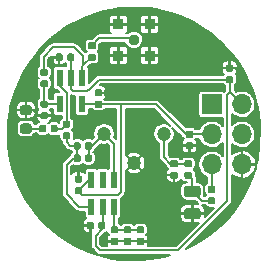
<source format=gbr>
G04 #@! TF.GenerationSoftware,KiCad,Pcbnew,5.99.0-unknown-4135f0c~100~ubuntu18.04.1*
G04 #@! TF.CreationDate,2019-10-31T11:44:58-04:00*
G04 #@! TF.ProjectId,tia,7469612e-6b69-4636-9164-5f7063625858,rev?*
G04 #@! TF.SameCoordinates,Original*
G04 #@! TF.FileFunction,Copper,L1,Top*
G04 #@! TF.FilePolarity,Positive*
%FSLAX46Y46*%
G04 Gerber Fmt 4.6, Leading zero omitted, Abs format (unit mm)*
G04 Created by KiCad (PCBNEW 5.99.0-unknown-4135f0c~100~ubuntu18.04.1) date 2019-10-31 11:44:58*
%MOMM*%
%LPD*%
G04 APERTURE LIST*
%ADD10C,1.200000*%
%ADD11O,1.700000X1.700000*%
%ADD12R,1.700000X1.700000*%
%ADD13R,0.558800X1.473200*%
%ADD14R,0.940000X0.940000*%
%ADD15C,0.940000*%
%ADD16C,0.600000*%
%ADD17C,0.200000*%
G04 APERTURE END LIST*
D10*
X202540000Y-100000000D03*
X197460000Y-100000000D03*
X200000000Y-102460000D03*
G04 #@! TA.AperFunction,SMDPad,CuDef*
G36*
X195383946Y-101741228D02*
G01*
X195431798Y-101773202D01*
X195463772Y-101821054D01*
X195475000Y-101877500D01*
X195475000Y-102222500D01*
X195463772Y-102278946D01*
X195431798Y-102326798D01*
X195383946Y-102358772D01*
X195327500Y-102370000D01*
X195032500Y-102370000D01*
X194976054Y-102358772D01*
X194928202Y-102326798D01*
X194896228Y-102278946D01*
X194885000Y-102222500D01*
X194885000Y-101877500D01*
X194896228Y-101821054D01*
X194928202Y-101773202D01*
X194976054Y-101741228D01*
X195032500Y-101730000D01*
X195327500Y-101730000D01*
X195383946Y-101741228D01*
G37*
G04 #@! TD.AperFunction*
G04 #@! TA.AperFunction,SMDPad,CuDef*
G36*
X196353946Y-101741228D02*
G01*
X196401798Y-101773202D01*
X196433772Y-101821054D01*
X196445000Y-101877500D01*
X196445000Y-102222500D01*
X196433772Y-102278946D01*
X196401798Y-102326798D01*
X196353946Y-102358772D01*
X196297500Y-102370000D01*
X196002500Y-102370000D01*
X195946054Y-102358772D01*
X195898202Y-102326798D01*
X195866228Y-102278946D01*
X195855000Y-102222500D01*
X195855000Y-101877500D01*
X195866228Y-101821054D01*
X195898202Y-101773202D01*
X195946054Y-101741228D01*
X196002500Y-101730000D01*
X196297500Y-101730000D01*
X196353946Y-101741228D01*
G37*
G04 #@! TD.AperFunction*
D11*
X209140000Y-102580000D03*
X206600000Y-102580000D03*
X209140000Y-100040000D03*
X206600000Y-100040000D03*
X209140000Y-97500000D03*
D12*
X206600000Y-97500000D03*
D13*
X195600001Y-95242400D03*
X194650000Y-95242400D03*
X193699999Y-95242400D03*
X193699999Y-97477600D03*
X195600001Y-97477600D03*
X196399999Y-106167600D03*
X197350000Y-106167600D03*
X198300001Y-106167600D03*
X198300001Y-103932400D03*
X197350000Y-103932400D03*
X196399999Y-103932400D03*
G04 #@! TA.AperFunction,SMDPad,CuDef*
G36*
X194528946Y-98881228D02*
G01*
X194576798Y-98913202D01*
X194608772Y-98961054D01*
X194620000Y-99017500D01*
X194620000Y-99312500D01*
X194608772Y-99368946D01*
X194576798Y-99416798D01*
X194528946Y-99448772D01*
X194472500Y-99460000D01*
X194127500Y-99460000D01*
X194071054Y-99448772D01*
X194023202Y-99416798D01*
X193991228Y-99368946D01*
X193980000Y-99312500D01*
X193980000Y-99017500D01*
X193991228Y-98961054D01*
X194023202Y-98913202D01*
X194071054Y-98881228D01*
X194127500Y-98870000D01*
X194472500Y-98870000D01*
X194528946Y-98881228D01*
G37*
G04 #@! TD.AperFunction*
G04 #@! TA.AperFunction,SMDPad,CuDef*
G36*
X194528946Y-99851228D02*
G01*
X194576798Y-99883202D01*
X194608772Y-99931054D01*
X194620000Y-99987500D01*
X194620000Y-100282500D01*
X194608772Y-100338946D01*
X194576798Y-100386798D01*
X194528946Y-100418772D01*
X194472500Y-100430000D01*
X194127500Y-100430000D01*
X194071054Y-100418772D01*
X194023202Y-100386798D01*
X193991228Y-100338946D01*
X193980000Y-100282500D01*
X193980000Y-99987500D01*
X193991228Y-99931054D01*
X194023202Y-99883202D01*
X194071054Y-99851228D01*
X194127500Y-99840000D01*
X194472500Y-99840000D01*
X194528946Y-99851228D01*
G37*
G04 #@! TD.AperFunction*
G04 #@! TA.AperFunction,SMDPad,CuDef*
G36*
X192628946Y-97181228D02*
G01*
X192676798Y-97213202D01*
X192708772Y-97261054D01*
X192720000Y-97317500D01*
X192720000Y-97612500D01*
X192708772Y-97668946D01*
X192676798Y-97716798D01*
X192628946Y-97748772D01*
X192572500Y-97760000D01*
X192227500Y-97760000D01*
X192171054Y-97748772D01*
X192123202Y-97716798D01*
X192091228Y-97668946D01*
X192080000Y-97612500D01*
X192080000Y-97317500D01*
X192091228Y-97261054D01*
X192123202Y-97213202D01*
X192171054Y-97181228D01*
X192227500Y-97170000D01*
X192572500Y-97170000D01*
X192628946Y-97181228D01*
G37*
G04 #@! TD.AperFunction*
G04 #@! TA.AperFunction,SMDPad,CuDef*
G36*
X192628946Y-98151228D02*
G01*
X192676798Y-98183202D01*
X192708772Y-98231054D01*
X192720000Y-98287500D01*
X192720000Y-98582500D01*
X192708772Y-98638946D01*
X192676798Y-98686798D01*
X192628946Y-98718772D01*
X192572500Y-98730000D01*
X192227500Y-98730000D01*
X192171054Y-98718772D01*
X192123202Y-98686798D01*
X192091228Y-98638946D01*
X192080000Y-98582500D01*
X192080000Y-98287500D01*
X192091228Y-98231054D01*
X192123202Y-98183202D01*
X192171054Y-98151228D01*
X192227500Y-98140000D01*
X192572500Y-98140000D01*
X192628946Y-98151228D01*
G37*
G04 #@! TD.AperFunction*
G04 #@! TA.AperFunction,SMDPad,CuDef*
G36*
X192628946Y-94481228D02*
G01*
X192676798Y-94513202D01*
X192708772Y-94561054D01*
X192720000Y-94617500D01*
X192720000Y-94912500D01*
X192708772Y-94968946D01*
X192676798Y-95016798D01*
X192628946Y-95048772D01*
X192572500Y-95060000D01*
X192227500Y-95060000D01*
X192171054Y-95048772D01*
X192123202Y-95016798D01*
X192091228Y-94968946D01*
X192080000Y-94912500D01*
X192080000Y-94617500D01*
X192091228Y-94561054D01*
X192123202Y-94513202D01*
X192171054Y-94481228D01*
X192227500Y-94470000D01*
X192572500Y-94470000D01*
X192628946Y-94481228D01*
G37*
G04 #@! TD.AperFunction*
G04 #@! TA.AperFunction,SMDPad,CuDef*
G36*
X192628946Y-95451228D02*
G01*
X192676798Y-95483202D01*
X192708772Y-95531054D01*
X192720000Y-95587500D01*
X192720000Y-95882500D01*
X192708772Y-95938946D01*
X192676798Y-95986798D01*
X192628946Y-96018772D01*
X192572500Y-96030000D01*
X192227500Y-96030000D01*
X192171054Y-96018772D01*
X192123202Y-95986798D01*
X192091228Y-95938946D01*
X192080000Y-95882500D01*
X192080000Y-95587500D01*
X192091228Y-95531054D01*
X192123202Y-95483202D01*
X192171054Y-95451228D01*
X192227500Y-95440000D01*
X192572500Y-95440000D01*
X192628946Y-95451228D01*
G37*
G04 #@! TD.AperFunction*
G04 #@! TA.AperFunction,SMDPad,CuDef*
G36*
X204818946Y-102221228D02*
G01*
X204866798Y-102253202D01*
X204898772Y-102301054D01*
X204910000Y-102357500D01*
X204910000Y-102652500D01*
X204898772Y-102708946D01*
X204866798Y-102756798D01*
X204818946Y-102788772D01*
X204762500Y-102800000D01*
X204417500Y-102800000D01*
X204361054Y-102788772D01*
X204313202Y-102756798D01*
X204281228Y-102708946D01*
X204270000Y-102652500D01*
X204270000Y-102357500D01*
X204281228Y-102301054D01*
X204313202Y-102253202D01*
X204361054Y-102221228D01*
X204417500Y-102210000D01*
X204762500Y-102210000D01*
X204818946Y-102221228D01*
G37*
G04 #@! TD.AperFunction*
G04 #@! TA.AperFunction,SMDPad,CuDef*
G36*
X204818946Y-103191228D02*
G01*
X204866798Y-103223202D01*
X204898772Y-103271054D01*
X204910000Y-103327500D01*
X204910000Y-103622500D01*
X204898772Y-103678946D01*
X204866798Y-103726798D01*
X204818946Y-103758772D01*
X204762500Y-103770000D01*
X204417500Y-103770000D01*
X204361054Y-103758772D01*
X204313202Y-103726798D01*
X204281228Y-103678946D01*
X204270000Y-103622500D01*
X204270000Y-103327500D01*
X204281228Y-103271054D01*
X204313202Y-103223202D01*
X204361054Y-103191228D01*
X204417500Y-103180000D01*
X204762500Y-103180000D01*
X204818946Y-103191228D01*
G37*
G04 #@! TD.AperFunction*
G04 #@! TA.AperFunction,SMDPad,CuDef*
G36*
X193438946Y-99241228D02*
G01*
X193486798Y-99273202D01*
X193518772Y-99321054D01*
X193530000Y-99377500D01*
X193530000Y-99722500D01*
X193518772Y-99778946D01*
X193486798Y-99826798D01*
X193438946Y-99858772D01*
X193382500Y-99870000D01*
X193087500Y-99870000D01*
X193031054Y-99858772D01*
X192983202Y-99826798D01*
X192951228Y-99778946D01*
X192940000Y-99722500D01*
X192940000Y-99377500D01*
X192951228Y-99321054D01*
X192983202Y-99273202D01*
X193031054Y-99241228D01*
X193087500Y-99230000D01*
X193382500Y-99230000D01*
X193438946Y-99241228D01*
G37*
G04 #@! TD.AperFunction*
G04 #@! TA.AperFunction,SMDPad,CuDef*
G36*
X192468946Y-99241228D02*
G01*
X192516798Y-99273202D01*
X192548772Y-99321054D01*
X192560000Y-99377500D01*
X192560000Y-99722500D01*
X192548772Y-99778946D01*
X192516798Y-99826798D01*
X192468946Y-99858772D01*
X192412500Y-99870000D01*
X192117500Y-99870000D01*
X192061054Y-99858772D01*
X192013202Y-99826798D01*
X191981228Y-99778946D01*
X191970000Y-99722500D01*
X191970000Y-99377500D01*
X191981228Y-99321054D01*
X192013202Y-99273202D01*
X192061054Y-99241228D01*
X192117500Y-99230000D01*
X192412500Y-99230000D01*
X192468946Y-99241228D01*
G37*
G04 #@! TD.AperFunction*
G04 #@! TA.AperFunction,SMDPad,CuDef*
G36*
X206808946Y-105361228D02*
G01*
X206856798Y-105393202D01*
X206888772Y-105441054D01*
X206900000Y-105497500D01*
X206900000Y-105792500D01*
X206888772Y-105848946D01*
X206856798Y-105896798D01*
X206808946Y-105928772D01*
X206752500Y-105940000D01*
X206407500Y-105940000D01*
X206351054Y-105928772D01*
X206303202Y-105896798D01*
X206271228Y-105848946D01*
X206260000Y-105792500D01*
X206260000Y-105497500D01*
X206271228Y-105441054D01*
X206303202Y-105393202D01*
X206351054Y-105361228D01*
X206407500Y-105350000D01*
X206752500Y-105350000D01*
X206808946Y-105361228D01*
G37*
G04 #@! TD.AperFunction*
G04 #@! TA.AperFunction,SMDPad,CuDef*
G36*
X206808946Y-104391228D02*
G01*
X206856798Y-104423202D01*
X206888772Y-104471054D01*
X206900000Y-104527500D01*
X206900000Y-104822500D01*
X206888772Y-104878946D01*
X206856798Y-104926798D01*
X206808946Y-104958772D01*
X206752500Y-104970000D01*
X206407500Y-104970000D01*
X206351054Y-104958772D01*
X206303202Y-104926798D01*
X206271228Y-104878946D01*
X206260000Y-104822500D01*
X206260000Y-104527500D01*
X206271228Y-104471054D01*
X206303202Y-104423202D01*
X206351054Y-104391228D01*
X206407500Y-104380000D01*
X206752500Y-104380000D01*
X206808946Y-104391228D01*
G37*
G04 #@! TD.AperFunction*
G04 #@! TA.AperFunction,SMDPad,CuDef*
G36*
X200778946Y-107831228D02*
G01*
X200826798Y-107863202D01*
X200858772Y-107911054D01*
X200870000Y-107967500D01*
X200870000Y-108262500D01*
X200858772Y-108318946D01*
X200826798Y-108366798D01*
X200778946Y-108398772D01*
X200722500Y-108410000D01*
X200377500Y-108410000D01*
X200321054Y-108398772D01*
X200273202Y-108366798D01*
X200241228Y-108318946D01*
X200230000Y-108262500D01*
X200230000Y-107967500D01*
X200241228Y-107911054D01*
X200273202Y-107863202D01*
X200321054Y-107831228D01*
X200377500Y-107820000D01*
X200722500Y-107820000D01*
X200778946Y-107831228D01*
G37*
G04 #@! TD.AperFunction*
G04 #@! TA.AperFunction,SMDPad,CuDef*
G36*
X200778946Y-108801228D02*
G01*
X200826798Y-108833202D01*
X200858772Y-108881054D01*
X200870000Y-108937500D01*
X200870000Y-109232500D01*
X200858772Y-109288946D01*
X200826798Y-109336798D01*
X200778946Y-109368772D01*
X200722500Y-109380000D01*
X200377500Y-109380000D01*
X200321054Y-109368772D01*
X200273202Y-109336798D01*
X200241228Y-109288946D01*
X200230000Y-109232500D01*
X200230000Y-108937500D01*
X200241228Y-108881054D01*
X200273202Y-108833202D01*
X200321054Y-108801228D01*
X200377500Y-108790000D01*
X200722500Y-108790000D01*
X200778946Y-108801228D01*
G37*
G04 #@! TD.AperFunction*
G04 #@! TA.AperFunction,SMDPad,CuDef*
G36*
X196678946Y-92231228D02*
G01*
X196726798Y-92263202D01*
X196758772Y-92311054D01*
X196770000Y-92367500D01*
X196770000Y-92662500D01*
X196758772Y-92718946D01*
X196726798Y-92766798D01*
X196678946Y-92798772D01*
X196622500Y-92810000D01*
X196277500Y-92810000D01*
X196221054Y-92798772D01*
X196173202Y-92766798D01*
X196141228Y-92718946D01*
X196130000Y-92662500D01*
X196130000Y-92367500D01*
X196141228Y-92311054D01*
X196173202Y-92263202D01*
X196221054Y-92231228D01*
X196277500Y-92220000D01*
X196622500Y-92220000D01*
X196678946Y-92231228D01*
G37*
G04 #@! TD.AperFunction*
G04 #@! TA.AperFunction,SMDPad,CuDef*
G36*
X196678946Y-93201228D02*
G01*
X196726798Y-93233202D01*
X196758772Y-93281054D01*
X196770000Y-93337500D01*
X196770000Y-93632500D01*
X196758772Y-93688946D01*
X196726798Y-93736798D01*
X196678946Y-93768772D01*
X196622500Y-93780000D01*
X196277500Y-93780000D01*
X196221054Y-93768772D01*
X196173202Y-93736798D01*
X196141228Y-93688946D01*
X196130000Y-93632500D01*
X196130000Y-93337500D01*
X196141228Y-93281054D01*
X196173202Y-93233202D01*
X196221054Y-93201228D01*
X196277500Y-93190000D01*
X196622500Y-93190000D01*
X196678946Y-93201228D01*
G37*
G04 #@! TD.AperFunction*
D14*
X198680000Y-90720000D03*
X201320000Y-90720000D03*
X201320000Y-93360000D03*
X198680000Y-93360000D03*
D15*
X200000000Y-92040000D03*
G04 #@! TA.AperFunction,SMDPad,CuDef*
G36*
X191189962Y-97541651D02*
G01*
X191260930Y-97589070D01*
X191308349Y-97660038D01*
X191325000Y-97743750D01*
X191325000Y-98181250D01*
X191308349Y-98264962D01*
X191260930Y-98335930D01*
X191189962Y-98383349D01*
X191106250Y-98400000D01*
X190593750Y-98400000D01*
X190510038Y-98383349D01*
X190439070Y-98335930D01*
X190391651Y-98264962D01*
X190375000Y-98181250D01*
X190375000Y-97743750D01*
X190391651Y-97660038D01*
X190439070Y-97589070D01*
X190510038Y-97541651D01*
X190593750Y-97525000D01*
X191106250Y-97525000D01*
X191189962Y-97541651D01*
G37*
G04 #@! TD.AperFunction*
G04 #@! TA.AperFunction,SMDPad,CuDef*
G36*
X191189962Y-99116651D02*
G01*
X191260930Y-99164070D01*
X191308349Y-99235038D01*
X191325000Y-99318750D01*
X191325000Y-99756250D01*
X191308349Y-99839962D01*
X191260930Y-99910930D01*
X191189962Y-99958349D01*
X191106250Y-99975000D01*
X190593750Y-99975000D01*
X190510038Y-99958349D01*
X190439070Y-99910930D01*
X190391651Y-99839962D01*
X190375000Y-99756250D01*
X190375000Y-99318750D01*
X190391651Y-99235038D01*
X190439070Y-99164070D01*
X190510038Y-99116651D01*
X190593750Y-99100000D01*
X191106250Y-99100000D01*
X191189962Y-99116651D01*
G37*
G04 #@! TD.AperFunction*
G04 #@! TA.AperFunction,SMDPad,CuDef*
G36*
X197228946Y-97201228D02*
G01*
X197276798Y-97233202D01*
X197308772Y-97281054D01*
X197320000Y-97337500D01*
X197320000Y-97632500D01*
X197308772Y-97688946D01*
X197276798Y-97736798D01*
X197228946Y-97768772D01*
X197172500Y-97780000D01*
X196827500Y-97780000D01*
X196771054Y-97768772D01*
X196723202Y-97736798D01*
X196691228Y-97688946D01*
X196680000Y-97632500D01*
X196680000Y-97337500D01*
X196691228Y-97281054D01*
X196723202Y-97233202D01*
X196771054Y-97201228D01*
X196827500Y-97190000D01*
X197172500Y-97190000D01*
X197228946Y-97201228D01*
G37*
G04 #@! TD.AperFunction*
G04 #@! TA.AperFunction,SMDPad,CuDef*
G36*
X197228946Y-96231228D02*
G01*
X197276798Y-96263202D01*
X197308772Y-96311054D01*
X197320000Y-96367500D01*
X197320000Y-96662500D01*
X197308772Y-96718946D01*
X197276798Y-96766798D01*
X197228946Y-96798772D01*
X197172500Y-96810000D01*
X196827500Y-96810000D01*
X196771054Y-96798772D01*
X196723202Y-96766798D01*
X196691228Y-96718946D01*
X196680000Y-96662500D01*
X196680000Y-96367500D01*
X196691228Y-96311054D01*
X196723202Y-96263202D01*
X196771054Y-96231228D01*
X196827500Y-96220000D01*
X197172500Y-96220000D01*
X197228946Y-96231228D01*
G37*
G04 #@! TD.AperFunction*
G04 #@! TA.AperFunction,SMDPad,CuDef*
G36*
X194838946Y-93191228D02*
G01*
X194886798Y-93223202D01*
X194918772Y-93271054D01*
X194930000Y-93327500D01*
X194930000Y-93672500D01*
X194918772Y-93728946D01*
X194886798Y-93776798D01*
X194838946Y-93808772D01*
X194782500Y-93820000D01*
X194487500Y-93820000D01*
X194431054Y-93808772D01*
X194383202Y-93776798D01*
X194351228Y-93728946D01*
X194340000Y-93672500D01*
X194340000Y-93327500D01*
X194351228Y-93271054D01*
X194383202Y-93223202D01*
X194431054Y-93191228D01*
X194487500Y-93180000D01*
X194782500Y-93180000D01*
X194838946Y-93191228D01*
G37*
G04 #@! TD.AperFunction*
G04 #@! TA.AperFunction,SMDPad,CuDef*
G36*
X193868946Y-93191228D02*
G01*
X193916798Y-93223202D01*
X193948772Y-93271054D01*
X193960000Y-93327500D01*
X193960000Y-93672500D01*
X193948772Y-93728946D01*
X193916798Y-93776798D01*
X193868946Y-93808772D01*
X193812500Y-93820000D01*
X193517500Y-93820000D01*
X193461054Y-93808772D01*
X193413202Y-93776798D01*
X193381228Y-93728946D01*
X193370000Y-93672500D01*
X193370000Y-93327500D01*
X193381228Y-93271054D01*
X193413202Y-93223202D01*
X193461054Y-93191228D01*
X193517500Y-93180000D01*
X193812500Y-93180000D01*
X193868946Y-93191228D01*
G37*
G04 #@! TD.AperFunction*
G04 #@! TA.AperFunction,SMDPad,CuDef*
G36*
X208328946Y-95101228D02*
G01*
X208376798Y-95133202D01*
X208408772Y-95181054D01*
X208420000Y-95237500D01*
X208420000Y-95532500D01*
X208408772Y-95588946D01*
X208376798Y-95636798D01*
X208328946Y-95668772D01*
X208272500Y-95680000D01*
X207927500Y-95680000D01*
X207871054Y-95668772D01*
X207823202Y-95636798D01*
X207791228Y-95588946D01*
X207780000Y-95532500D01*
X207780000Y-95237500D01*
X207791228Y-95181054D01*
X207823202Y-95133202D01*
X207871054Y-95101228D01*
X207927500Y-95090000D01*
X208272500Y-95090000D01*
X208328946Y-95101228D01*
G37*
G04 #@! TD.AperFunction*
G04 #@! TA.AperFunction,SMDPad,CuDef*
G36*
X208328946Y-94131228D02*
G01*
X208376798Y-94163202D01*
X208408772Y-94211054D01*
X208420000Y-94267500D01*
X208420000Y-94562500D01*
X208408772Y-94618946D01*
X208376798Y-94666798D01*
X208328946Y-94698772D01*
X208272500Y-94710000D01*
X207927500Y-94710000D01*
X207871054Y-94698772D01*
X207823202Y-94666798D01*
X207791228Y-94618946D01*
X207780000Y-94562500D01*
X207780000Y-94267500D01*
X207791228Y-94211054D01*
X207823202Y-94163202D01*
X207871054Y-94131228D01*
X207927500Y-94120000D01*
X208272500Y-94120000D01*
X208328946Y-94131228D01*
G37*
G04 #@! TD.AperFunction*
G04 #@! TA.AperFunction,SMDPad,CuDef*
G36*
X197488946Y-107441228D02*
G01*
X197536798Y-107473202D01*
X197568772Y-107521054D01*
X197580000Y-107577500D01*
X197580000Y-107922500D01*
X197568772Y-107978946D01*
X197536798Y-108026798D01*
X197488946Y-108058772D01*
X197432500Y-108070000D01*
X197137500Y-108070000D01*
X197081054Y-108058772D01*
X197033202Y-108026798D01*
X197001228Y-107978946D01*
X196990000Y-107922500D01*
X196990000Y-107577500D01*
X197001228Y-107521054D01*
X197033202Y-107473202D01*
X197081054Y-107441228D01*
X197137500Y-107430000D01*
X197432500Y-107430000D01*
X197488946Y-107441228D01*
G37*
G04 #@! TD.AperFunction*
G04 #@! TA.AperFunction,SMDPad,CuDef*
G36*
X196518946Y-107441228D02*
G01*
X196566798Y-107473202D01*
X196598772Y-107521054D01*
X196610000Y-107577500D01*
X196610000Y-107922500D01*
X196598772Y-107978946D01*
X196566798Y-108026798D01*
X196518946Y-108058772D01*
X196462500Y-108070000D01*
X196167500Y-108070000D01*
X196111054Y-108058772D01*
X196063202Y-108026798D01*
X196031228Y-107978946D01*
X196020000Y-107922500D01*
X196020000Y-107577500D01*
X196031228Y-107521054D01*
X196063202Y-107473202D01*
X196111054Y-107441228D01*
X196167500Y-107430000D01*
X196462500Y-107430000D01*
X196518946Y-107441228D01*
G37*
G04 #@! TD.AperFunction*
G04 #@! TA.AperFunction,SMDPad,CuDef*
G36*
X199678946Y-107831228D02*
G01*
X199726798Y-107863202D01*
X199758772Y-107911054D01*
X199770000Y-107967500D01*
X199770000Y-108262500D01*
X199758772Y-108318946D01*
X199726798Y-108366798D01*
X199678946Y-108398772D01*
X199622500Y-108410000D01*
X199277500Y-108410000D01*
X199221054Y-108398772D01*
X199173202Y-108366798D01*
X199141228Y-108318946D01*
X199130000Y-108262500D01*
X199130000Y-107967500D01*
X199141228Y-107911054D01*
X199173202Y-107863202D01*
X199221054Y-107831228D01*
X199277500Y-107820000D01*
X199622500Y-107820000D01*
X199678946Y-107831228D01*
G37*
G04 #@! TD.AperFunction*
G04 #@! TA.AperFunction,SMDPad,CuDef*
G36*
X199678946Y-108801228D02*
G01*
X199726798Y-108833202D01*
X199758772Y-108881054D01*
X199770000Y-108937500D01*
X199770000Y-109232500D01*
X199758772Y-109288946D01*
X199726798Y-109336798D01*
X199678946Y-109368772D01*
X199622500Y-109380000D01*
X199277500Y-109380000D01*
X199221054Y-109368772D01*
X199173202Y-109336798D01*
X199141228Y-109288946D01*
X199130000Y-109232500D01*
X199130000Y-108937500D01*
X199141228Y-108881054D01*
X199173202Y-108833202D01*
X199221054Y-108801228D01*
X199277500Y-108790000D01*
X199622500Y-108790000D01*
X199678946Y-108801228D01*
G37*
G04 #@! TD.AperFunction*
G04 #@! TA.AperFunction,SMDPad,CuDef*
G36*
X198578946Y-107831228D02*
G01*
X198626798Y-107863202D01*
X198658772Y-107911054D01*
X198670000Y-107967500D01*
X198670000Y-108262500D01*
X198658772Y-108318946D01*
X198626798Y-108366798D01*
X198578946Y-108398772D01*
X198522500Y-108410000D01*
X198177500Y-108410000D01*
X198121054Y-108398772D01*
X198073202Y-108366798D01*
X198041228Y-108318946D01*
X198030000Y-108262500D01*
X198030000Y-107967500D01*
X198041228Y-107911054D01*
X198073202Y-107863202D01*
X198121054Y-107831228D01*
X198177500Y-107820000D01*
X198522500Y-107820000D01*
X198578946Y-107831228D01*
G37*
G04 #@! TD.AperFunction*
G04 #@! TA.AperFunction,SMDPad,CuDef*
G36*
X198578946Y-108801228D02*
G01*
X198626798Y-108833202D01*
X198658772Y-108881054D01*
X198670000Y-108937500D01*
X198670000Y-109232500D01*
X198658772Y-109288946D01*
X198626798Y-109336798D01*
X198578946Y-109368772D01*
X198522500Y-109380000D01*
X198177500Y-109380000D01*
X198121054Y-109368772D01*
X198073202Y-109336798D01*
X198041228Y-109288946D01*
X198030000Y-109232500D01*
X198030000Y-108937500D01*
X198041228Y-108881054D01*
X198073202Y-108833202D01*
X198121054Y-108801228D01*
X198177500Y-108790000D01*
X198522500Y-108790000D01*
X198578946Y-108801228D01*
G37*
G04 #@! TD.AperFunction*
G04 #@! TA.AperFunction,SMDPad,CuDef*
G36*
X204928946Y-99731228D02*
G01*
X204976798Y-99763202D01*
X205008772Y-99811054D01*
X205020000Y-99867500D01*
X205020000Y-100162500D01*
X205008772Y-100218946D01*
X204976798Y-100266798D01*
X204928946Y-100298772D01*
X204872500Y-100310000D01*
X204527500Y-100310000D01*
X204471054Y-100298772D01*
X204423202Y-100266798D01*
X204391228Y-100218946D01*
X204380000Y-100162500D01*
X204380000Y-99867500D01*
X204391228Y-99811054D01*
X204423202Y-99763202D01*
X204471054Y-99731228D01*
X204527500Y-99720000D01*
X204872500Y-99720000D01*
X204928946Y-99731228D01*
G37*
G04 #@! TD.AperFunction*
G04 #@! TA.AperFunction,SMDPad,CuDef*
G36*
X204928946Y-100701228D02*
G01*
X204976798Y-100733202D01*
X205008772Y-100781054D01*
X205020000Y-100837500D01*
X205020000Y-101132500D01*
X205008772Y-101188946D01*
X204976798Y-101236798D01*
X204928946Y-101268772D01*
X204872500Y-101280000D01*
X204527500Y-101280000D01*
X204471054Y-101268772D01*
X204423202Y-101236798D01*
X204391228Y-101188946D01*
X204380000Y-101132500D01*
X204380000Y-100837500D01*
X204391228Y-100781054D01*
X204423202Y-100733202D01*
X204471054Y-100701228D01*
X204527500Y-100690000D01*
X204872500Y-100690000D01*
X204928946Y-100701228D01*
G37*
G04 #@! TD.AperFunction*
G04 #@! TA.AperFunction,SMDPad,CuDef*
G36*
X195513946Y-104501228D02*
G01*
X195561798Y-104533202D01*
X195593772Y-104581054D01*
X195605000Y-104637500D01*
X195605000Y-104932500D01*
X195593772Y-104988946D01*
X195561798Y-105036798D01*
X195513946Y-105068772D01*
X195457500Y-105080000D01*
X195112500Y-105080000D01*
X195056054Y-105068772D01*
X195008202Y-105036798D01*
X194976228Y-104988946D01*
X194965000Y-104932500D01*
X194965000Y-104637500D01*
X194976228Y-104581054D01*
X195008202Y-104533202D01*
X195056054Y-104501228D01*
X195112500Y-104490000D01*
X195457500Y-104490000D01*
X195513946Y-104501228D01*
G37*
G04 #@! TD.AperFunction*
G04 #@! TA.AperFunction,SMDPad,CuDef*
G36*
X195513946Y-103531228D02*
G01*
X195561798Y-103563202D01*
X195593772Y-103611054D01*
X195605000Y-103667500D01*
X195605000Y-103962500D01*
X195593772Y-104018946D01*
X195561798Y-104066798D01*
X195513946Y-104098772D01*
X195457500Y-104110000D01*
X195112500Y-104110000D01*
X195056054Y-104098772D01*
X195008202Y-104066798D01*
X194976228Y-104018946D01*
X194965000Y-103962500D01*
X194965000Y-103667500D01*
X194976228Y-103611054D01*
X195008202Y-103563202D01*
X195056054Y-103531228D01*
X195112500Y-103520000D01*
X195457500Y-103520000D01*
X195513946Y-103531228D01*
G37*
G04 #@! TD.AperFunction*
G04 #@! TA.AperFunction,SMDPad,CuDef*
G36*
X205489529Y-106268554D02*
G01*
X205568607Y-106321393D01*
X205621446Y-106400471D01*
X205640000Y-106493750D01*
X205640000Y-106981250D01*
X205621446Y-107074529D01*
X205568607Y-107153607D01*
X205489529Y-107206446D01*
X205396250Y-107225000D01*
X204483750Y-107225000D01*
X204390471Y-107206446D01*
X204311393Y-107153607D01*
X204258554Y-107074529D01*
X204240000Y-106981250D01*
X204240000Y-106493750D01*
X204258554Y-106400471D01*
X204311393Y-106321393D01*
X204390471Y-106268554D01*
X204483750Y-106250000D01*
X205396250Y-106250000D01*
X205489529Y-106268554D01*
G37*
G04 #@! TD.AperFunction*
G04 #@! TA.AperFunction,SMDPad,CuDef*
G36*
X205489529Y-104393554D02*
G01*
X205568607Y-104446393D01*
X205621446Y-104525471D01*
X205640000Y-104618750D01*
X205640000Y-105106250D01*
X205621446Y-105199529D01*
X205568607Y-105278607D01*
X205489529Y-105331446D01*
X205396250Y-105350000D01*
X204483750Y-105350000D01*
X204390471Y-105331446D01*
X204311393Y-105278607D01*
X204258554Y-105199529D01*
X204240000Y-105106250D01*
X204240000Y-104618750D01*
X204258554Y-104525471D01*
X204311393Y-104446393D01*
X204390471Y-104393554D01*
X204483750Y-104375000D01*
X205396250Y-104375000D01*
X205489529Y-104393554D01*
G37*
G04 #@! TD.AperFunction*
G04 #@! TA.AperFunction,SMDPad,CuDef*
G36*
X196353946Y-100691228D02*
G01*
X196401798Y-100723202D01*
X196433772Y-100771054D01*
X196445000Y-100827500D01*
X196445000Y-101172500D01*
X196433772Y-101228946D01*
X196401798Y-101276798D01*
X196353946Y-101308772D01*
X196297500Y-101320000D01*
X196002500Y-101320000D01*
X195946054Y-101308772D01*
X195898202Y-101276798D01*
X195866228Y-101228946D01*
X195855000Y-101172500D01*
X195855000Y-100827500D01*
X195866228Y-100771054D01*
X195898202Y-100723202D01*
X195946054Y-100691228D01*
X196002500Y-100680000D01*
X196297500Y-100680000D01*
X196353946Y-100691228D01*
G37*
G04 #@! TD.AperFunction*
G04 #@! TA.AperFunction,SMDPad,CuDef*
G36*
X195383946Y-100691228D02*
G01*
X195431798Y-100723202D01*
X195463772Y-100771054D01*
X195475000Y-100827500D01*
X195475000Y-101172500D01*
X195463772Y-101228946D01*
X195431798Y-101276798D01*
X195383946Y-101308772D01*
X195327500Y-101320000D01*
X195032500Y-101320000D01*
X194976054Y-101308772D01*
X194928202Y-101276798D01*
X194896228Y-101228946D01*
X194885000Y-101172500D01*
X194885000Y-100827500D01*
X194896228Y-100771054D01*
X194928202Y-100723202D01*
X194976054Y-100691228D01*
X195032500Y-100680000D01*
X195327500Y-100680000D01*
X195383946Y-100691228D01*
G37*
G04 #@! TD.AperFunction*
G04 #@! TA.AperFunction,SMDPad,CuDef*
G36*
X203618946Y-102231228D02*
G01*
X203666798Y-102263202D01*
X203698772Y-102311054D01*
X203710000Y-102367500D01*
X203710000Y-102662500D01*
X203698772Y-102718946D01*
X203666798Y-102766798D01*
X203618946Y-102798772D01*
X203562500Y-102810000D01*
X203217500Y-102810000D01*
X203161054Y-102798772D01*
X203113202Y-102766798D01*
X203081228Y-102718946D01*
X203070000Y-102662500D01*
X203070000Y-102367500D01*
X203081228Y-102311054D01*
X203113202Y-102263202D01*
X203161054Y-102231228D01*
X203217500Y-102220000D01*
X203562500Y-102220000D01*
X203618946Y-102231228D01*
G37*
G04 #@! TD.AperFunction*
G04 #@! TA.AperFunction,SMDPad,CuDef*
G36*
X203618946Y-103201228D02*
G01*
X203666798Y-103233202D01*
X203698772Y-103281054D01*
X203710000Y-103337500D01*
X203710000Y-103632500D01*
X203698772Y-103688946D01*
X203666798Y-103736798D01*
X203618946Y-103768772D01*
X203562500Y-103780000D01*
X203217500Y-103780000D01*
X203161054Y-103768772D01*
X203113202Y-103736798D01*
X203081228Y-103688946D01*
X203070000Y-103632500D01*
X203070000Y-103337500D01*
X203081228Y-103281054D01*
X203113202Y-103233202D01*
X203161054Y-103201228D01*
X203217500Y-103190000D01*
X203562500Y-103190000D01*
X203618946Y-103201228D01*
G37*
G04 #@! TD.AperFunction*
D16*
X198700000Y-93400000D03*
X201300000Y-93400000D03*
X201300000Y-90700000D03*
X198700000Y-90700000D03*
X203610000Y-101000000D03*
X209080000Y-94900000D03*
X203480000Y-106700000D03*
X202520000Y-103450000D03*
X192950000Y-93750000D03*
X197350000Y-109100000D03*
X197750000Y-96550000D03*
X195400000Y-107750000D03*
X190850000Y-96850000D03*
X195300000Y-102950000D03*
X204450000Y-91350000D03*
X203400000Y-97150000D03*
X200400000Y-99950000D03*
X197950000Y-98400000D03*
X195850000Y-99300000D03*
X192250000Y-101850000D03*
X192100000Y-105100000D03*
X200500000Y-105650000D03*
X210350000Y-98800000D03*
X207250000Y-107400000D03*
X195350000Y-91000000D03*
D17*
X198680000Y-90720000D02*
X198700000Y-90700000D01*
X195630000Y-95212401D02*
X195600001Y-95242400D01*
X203615000Y-101005000D02*
X203610000Y-101000000D01*
X204630000Y-101005000D02*
X203615000Y-101005000D01*
X208575000Y-94395000D02*
X209080000Y-94900000D01*
X208120000Y-94395000D02*
X208575000Y-94395000D01*
X203490000Y-106690000D02*
X203480000Y-106700000D01*
X204950000Y-106690000D02*
X203490000Y-106690000D01*
X202555000Y-103485000D02*
X202520000Y-103450000D01*
X203390000Y-103485000D02*
X202555000Y-103485000D01*
X203390000Y-102515000D02*
X203070000Y-102515000D01*
X203070000Y-102515000D02*
X202540000Y-101985000D01*
X202540000Y-101985000D02*
X202540000Y-100848528D01*
X202540000Y-100848528D02*
X202540000Y-100000000D01*
X203390000Y-102515000D02*
X204580000Y-102515000D01*
X204580000Y-102515000D02*
X204590000Y-102505000D01*
X204940000Y-104862500D02*
X204940000Y-103825000D01*
X204940000Y-103825000D02*
X204590000Y-103475000D01*
X206580000Y-105645000D02*
X205722500Y-105645000D01*
X205722500Y-105645000D02*
X204940000Y-104862500D01*
X206580000Y-104675000D02*
X206580000Y-102600000D01*
X206580000Y-102600000D02*
X206600000Y-102580000D01*
X194650000Y-93585000D02*
X194550000Y-93485000D01*
X194650000Y-95242400D02*
X194650000Y-93585000D01*
X194750011Y-95342411D02*
X194650000Y-95242400D01*
X196992600Y-97477600D02*
X197000000Y-97485000D01*
X195600001Y-97477600D02*
X196992600Y-97477600D01*
X199845000Y-91885000D02*
X200000000Y-92040000D01*
X196450000Y-92515000D02*
X197080000Y-91885000D01*
X197080000Y-91885000D02*
X199845000Y-91885000D01*
X195600000Y-95200000D02*
X195600001Y-95199999D01*
X195600001Y-95199999D02*
X195600001Y-94334999D01*
X195600001Y-94334999D02*
X195650000Y-94200000D01*
X195650000Y-94200000D02*
X196450000Y-93485000D01*
X192412600Y-97477600D02*
X193699999Y-97477600D01*
X192400000Y-95735000D02*
X192400000Y-97465000D01*
X192400000Y-97465000D02*
X192412600Y-97477600D01*
X193200000Y-93500000D02*
X192950000Y-93750000D01*
X193665000Y-93500000D02*
X193200000Y-93500000D01*
X192349998Y-94714998D02*
X192349998Y-93461998D01*
X192349998Y-93461998D02*
X193161996Y-92650000D01*
X194900000Y-92650000D02*
X195650000Y-93400000D01*
X193161996Y-92650000D02*
X194900000Y-92650000D01*
X192400000Y-94765000D02*
X192349998Y-94714998D01*
X195650000Y-93400000D02*
X195650000Y-94200000D01*
X193700000Y-95200000D02*
X193700000Y-95950000D01*
X193700000Y-95950000D02*
X194300000Y-96550000D01*
X197550001Y-100090001D02*
X197460000Y-100000000D01*
X198300001Y-108065001D02*
X198350000Y-108115000D01*
X198300001Y-106167600D02*
X198300001Y-108065001D01*
X198350000Y-108115000D02*
X199450000Y-108115000D01*
X199450000Y-108115000D02*
X200550000Y-108115000D01*
X198350000Y-109085000D02*
X199450000Y-109085000D01*
X199450000Y-109085000D02*
X200550000Y-109085000D01*
X198350000Y-109085000D02*
X197365000Y-109085000D01*
X197365000Y-109085000D02*
X197350000Y-109100000D01*
X192252500Y-99537500D02*
X192265000Y-99550000D01*
X190850000Y-99537500D02*
X192252500Y-99537500D01*
X193915000Y-99550000D02*
X194300000Y-99165000D01*
X193235000Y-99550000D02*
X193915000Y-99550000D01*
X194300000Y-99165000D02*
X194300000Y-96550000D01*
X197350000Y-107685000D02*
X197285000Y-107750000D01*
X197350000Y-106167600D02*
X197350000Y-107685000D01*
X197000000Y-96515000D02*
X197035000Y-96550000D01*
X197035000Y-96550000D02*
X197750000Y-96550000D01*
X208120000Y-96480000D02*
X209140000Y-97500000D01*
X208120000Y-95365000D02*
X208120000Y-96480000D01*
X208085000Y-95400000D02*
X208120000Y-95365000D01*
X197000000Y-95400000D02*
X208085000Y-95400000D01*
X194650000Y-96179000D02*
X194821000Y-96350000D01*
X194650000Y-95242400D02*
X194650000Y-96179000D01*
X194821000Y-96350000D02*
X196048403Y-96350000D01*
X196048403Y-96350000D02*
X196248403Y-96150000D01*
X196248403Y-96150000D02*
X196250000Y-96150000D01*
X196250000Y-96150000D02*
X197000000Y-95400000D01*
X197320000Y-97485000D02*
X197000000Y-97485000D01*
X198900000Y-97500000D02*
X198888499Y-97488499D01*
X197323499Y-97488499D02*
X197320000Y-97485000D01*
X198888499Y-97488499D02*
X197323499Y-97488499D01*
X204700000Y-100015000D02*
X204380000Y-100015000D01*
X201865000Y-97500000D02*
X198900000Y-97500000D01*
X204380000Y-100015000D02*
X201865000Y-97500000D01*
X206575000Y-100015000D02*
X206600000Y-100040000D01*
X204700000Y-100015000D02*
X206575000Y-100015000D01*
X196315000Y-107750000D02*
X195400000Y-107750000D01*
X196399999Y-103932400D02*
X196399999Y-103315001D01*
X196150000Y-101730000D02*
X196150000Y-102050000D01*
X195180000Y-102050000D02*
X195180000Y-101000000D01*
X196150000Y-102050000D02*
X196150000Y-101000000D01*
X196399999Y-106167600D02*
X195512600Y-106167600D01*
X196183799Y-103932400D02*
X196399999Y-103932400D01*
X195285000Y-104785000D02*
X195331199Y-104785000D01*
X195331199Y-104785000D02*
X196183799Y-103932400D01*
X196200001Y-102100001D02*
X196150000Y-102050000D01*
X198888499Y-104899904D02*
X198888499Y-97511501D01*
X198888499Y-97511501D02*
X198900000Y-97500000D01*
X198657404Y-105130999D02*
X198888499Y-104899904D01*
X195285000Y-104785000D02*
X195630999Y-105130999D01*
X195630999Y-105130999D02*
X198657404Y-105130999D01*
X198300001Y-100840001D02*
X197460000Y-100000000D01*
X198300001Y-103932400D02*
X198300001Y-100840001D01*
X196460000Y-101000000D02*
X197460000Y-100000000D01*
X196150000Y-101000000D02*
X196460000Y-101000000D01*
X194300000Y-100700000D02*
X194300000Y-100135000D01*
X195180000Y-101000000D02*
X194600000Y-101000000D01*
X194600000Y-101000000D02*
X194300000Y-100700000D01*
X194885000Y-102050000D02*
X194300000Y-102635000D01*
X195180000Y-102050000D02*
X194885000Y-102050000D01*
X194300000Y-102635000D02*
X194300000Y-105100000D01*
X195367600Y-106167600D02*
X195512600Y-106167600D01*
X194300000Y-105100000D02*
X195367600Y-106167600D01*
X191900000Y-98400000D02*
X191462500Y-97962500D01*
X191462500Y-97962500D02*
X190850000Y-97962500D01*
X192400000Y-98435000D02*
X192365000Y-98400000D01*
X192365000Y-98400000D02*
X191900000Y-98400000D01*
X190850000Y-97962500D02*
X190850000Y-96850000D01*
X195285000Y-103815000D02*
X195285000Y-102965000D01*
X195285000Y-102965000D02*
X195300000Y-102950000D01*
X207900000Y-96700000D02*
X208120000Y-96480000D01*
X203750000Y-109850000D02*
X207900000Y-105700000D01*
X197285000Y-107750000D02*
X197285000Y-108070000D01*
X197285000Y-108070000D02*
X196750000Y-108605000D01*
X196750000Y-108605000D02*
X196750000Y-109450000D01*
X207900000Y-105700000D02*
X207900000Y-96700000D01*
X196750000Y-109450000D02*
X197150000Y-109850000D01*
X197150000Y-109850000D02*
X203750000Y-109850000D01*
G36*
X200616278Y-89311771D02*
G01*
X201249069Y-89367132D01*
X201877471Y-89459927D01*
X202499256Y-89589825D01*
X203112260Y-89756374D01*
X203714289Y-89958980D01*
X204303242Y-90196932D01*
X204877057Y-90469399D01*
X205433694Y-90775412D01*
X205971210Y-91113905D01*
X206487702Y-91483676D01*
X206981352Y-91883427D01*
X207450433Y-92311757D01*
X207893275Y-92767141D01*
X208308339Y-93247996D01*
X208694148Y-93752614D01*
X209049363Y-94279243D01*
X209372704Y-94825982D01*
X209663061Y-95390956D01*
X209919397Y-95972146D01*
X210140818Y-96567529D01*
X210326534Y-97174981D01*
X210475900Y-97792387D01*
X210588383Y-98417542D01*
X210663597Y-99048302D01*
X210701017Y-99678159D01*
X210490087Y-102138563D01*
X210346006Y-102752854D01*
X210164533Y-103361591D01*
X209947276Y-103958502D01*
X209695000Y-104541476D01*
X209408598Y-105108456D01*
X209089076Y-105657449D01*
X208737557Y-106186529D01*
X208355269Y-106693842D01*
X207943578Y-107177577D01*
X207503926Y-107636042D01*
X207037848Y-108067635D01*
X206547001Y-108470821D01*
X206033094Y-108844197D01*
X205497959Y-109186430D01*
X204943483Y-109496315D01*
X204410116Y-109754156D01*
X208134021Y-106030251D01*
X208154768Y-106020288D01*
X208197833Y-105966439D01*
X208213933Y-105950338D01*
X208225766Y-105931512D01*
X208268492Y-105878086D01*
X208273735Y-105855190D01*
X208286257Y-105835268D01*
X208294015Y-105766644D01*
X208299000Y-105744879D01*
X208299000Y-105722552D01*
X208306707Y-105654381D01*
X208299000Y-105632311D01*
X208299000Y-103437386D01*
X208437152Y-103558116D01*
X208634790Y-103673375D01*
X208850657Y-103749182D01*
X209114000Y-103788303D01*
X209114000Y-102606000D01*
X209166000Y-102606000D01*
X209166000Y-103778993D01*
X209305546Y-103773022D01*
X209528154Y-103720194D01*
X209736756Y-103626225D01*
X209923826Y-103494506D01*
X210082614Y-103329790D01*
X210207391Y-103138019D01*
X210293652Y-102926112D01*
X210357326Y-102606000D01*
X209166000Y-102606000D01*
X209114000Y-102606000D01*
X209114000Y-102554000D01*
X209166000Y-102554000D01*
X210355849Y-102554000D01*
X210296040Y-102241950D01*
X210211260Y-102029447D01*
X210087826Y-101836810D01*
X209930192Y-101670989D01*
X209744046Y-101537966D01*
X209536105Y-101442543D01*
X209313870Y-101388163D01*
X209166000Y-101380803D01*
X209166000Y-102554000D01*
X209114000Y-102554000D01*
X209114000Y-101372737D01*
X208858826Y-101408826D01*
X208642435Y-101483125D01*
X208443998Y-101597002D01*
X208299000Y-101721940D01*
X208299000Y-100823234D01*
X208391710Y-100919238D01*
X208576739Y-101047837D01*
X208783223Y-101138047D01*
X209003296Y-101186433D01*
X209228577Y-101191152D01*
X209450483Y-101152024D01*
X209660563Y-101070539D01*
X209850815Y-100949801D01*
X210013992Y-100794410D01*
X210143880Y-100610283D01*
X210235529Y-100404434D01*
X210285605Y-100184024D01*
X210289181Y-99928020D01*
X210245278Y-99706296D01*
X210159411Y-99497969D01*
X210034715Y-99310288D01*
X209875941Y-99150401D01*
X209689135Y-99024397D01*
X209481411Y-98937079D01*
X209260684Y-98891770D01*
X209035359Y-98890197D01*
X208814021Y-98932420D01*
X208605100Y-99016829D01*
X208416552Y-99140212D01*
X208299000Y-99255327D01*
X208299000Y-98283234D01*
X208391710Y-98379238D01*
X208576739Y-98507837D01*
X208783223Y-98598047D01*
X209003296Y-98646433D01*
X209228577Y-98651152D01*
X209450483Y-98612024D01*
X209660563Y-98530539D01*
X209850815Y-98409801D01*
X210013992Y-98254410D01*
X210143880Y-98070283D01*
X210235529Y-97864434D01*
X210285605Y-97644024D01*
X210289181Y-97388020D01*
X210245278Y-97166296D01*
X210159411Y-96957969D01*
X210034715Y-96770288D01*
X209875941Y-96610401D01*
X209689135Y-96484397D01*
X209481411Y-96397079D01*
X209260684Y-96351770D01*
X209035359Y-96350197D01*
X208814021Y-96392420D01*
X208659230Y-96454959D01*
X208519000Y-96314729D01*
X208519000Y-95899975D01*
X208591519Y-95851519D01*
X208690204Y-95703826D01*
X208722918Y-95539361D01*
X208722918Y-95230639D01*
X208690204Y-95066174D01*
X208602223Y-94934501D01*
X208627567Y-94917567D01*
X208737303Y-94753336D01*
X208773898Y-94569362D01*
X208773898Y-94441000D01*
X207426102Y-94441000D01*
X207426102Y-94569362D01*
X207462697Y-94753336D01*
X207572433Y-94917567D01*
X207597777Y-94934501D01*
X207553344Y-95001000D01*
X197068046Y-95001000D01*
X197046329Y-94993374D01*
X196977796Y-95001000D01*
X196955030Y-95001000D01*
X196933348Y-95005946D01*
X196865362Y-95013512D01*
X196845466Y-95025993D01*
X196822523Y-95031226D01*
X196768504Y-95074272D01*
X196749598Y-95086130D01*
X196733813Y-95101915D01*
X196680156Y-95144672D01*
X196669999Y-95165729D01*
X196182319Y-95653410D01*
X196182319Y-94496050D01*
X196161053Y-94389136D01*
X196114718Y-94319792D01*
X196180904Y-94260638D01*
X207426102Y-94260638D01*
X207426102Y-94389000D01*
X208074000Y-94389000D01*
X208074000Y-93766102D01*
X208126000Y-93766102D01*
X208126000Y-94389000D01*
X208773898Y-94389000D01*
X208773898Y-94260638D01*
X208737303Y-94076664D01*
X208627567Y-93912433D01*
X208463336Y-93802697D01*
X208279362Y-93766102D01*
X208126000Y-93766102D01*
X208074000Y-93766102D01*
X207920638Y-93766102D01*
X207736664Y-93802697D01*
X207572433Y-93912433D01*
X207462697Y-94076664D01*
X207426102Y-94260638D01*
X196180904Y-94260638D01*
X196379752Y-94082918D01*
X196629361Y-94082918D01*
X196793826Y-94050204D01*
X196941519Y-93951519D01*
X197040204Y-93803826D01*
X197072918Y-93639361D01*
X197072918Y-93386000D01*
X197856102Y-93386000D01*
X197856102Y-93839751D01*
X197881249Y-93966173D01*
X197958385Y-94081615D01*
X198073827Y-94158751D01*
X198200249Y-94183898D01*
X198654000Y-94183898D01*
X198654000Y-93386000D01*
X198706000Y-93386000D01*
X198706000Y-94183898D01*
X199159751Y-94183898D01*
X199286173Y-94158751D01*
X199401615Y-94081615D01*
X199478751Y-93966173D01*
X199503898Y-93839751D01*
X199503898Y-93386000D01*
X200496102Y-93386000D01*
X200496102Y-93839751D01*
X200521249Y-93966173D01*
X200598385Y-94081615D01*
X200713827Y-94158751D01*
X200840249Y-94183898D01*
X201294000Y-94183898D01*
X201294000Y-93386000D01*
X201346000Y-93386000D01*
X201346000Y-94183898D01*
X201799751Y-94183898D01*
X201926173Y-94158751D01*
X202041615Y-94081615D01*
X202118751Y-93966173D01*
X202143898Y-93839751D01*
X202143898Y-93386000D01*
X201346000Y-93386000D01*
X201294000Y-93386000D01*
X200496102Y-93386000D01*
X199503898Y-93386000D01*
X198706000Y-93386000D01*
X198654000Y-93386000D01*
X197856102Y-93386000D01*
X197072918Y-93386000D01*
X197072918Y-93330639D01*
X197040204Y-93166174D01*
X196941519Y-93018481D01*
X196913860Y-93000000D01*
X196941519Y-92981519D01*
X197009185Y-92880249D01*
X197856102Y-92880249D01*
X197856102Y-93334000D01*
X198654000Y-93334000D01*
X198654000Y-92536102D01*
X198706000Y-92536102D01*
X198706000Y-93334000D01*
X199503898Y-93334000D01*
X199503898Y-92880249D01*
X200496102Y-92880249D01*
X200496102Y-93334000D01*
X201294000Y-93334000D01*
X201294000Y-92536102D01*
X201346000Y-92536102D01*
X201346000Y-93334000D01*
X202143898Y-93334000D01*
X202143898Y-92880249D01*
X202118751Y-92753827D01*
X202041615Y-92638385D01*
X201926173Y-92561249D01*
X201799751Y-92536102D01*
X201346000Y-92536102D01*
X201294000Y-92536102D01*
X200840249Y-92536102D01*
X200713827Y-92561249D01*
X200598385Y-92638385D01*
X200521249Y-92753827D01*
X200496102Y-92880249D01*
X199503898Y-92880249D01*
X199478751Y-92753827D01*
X199401615Y-92638385D01*
X199286173Y-92561249D01*
X199159751Y-92536102D01*
X198706000Y-92536102D01*
X198654000Y-92536102D01*
X198200249Y-92536102D01*
X198073827Y-92561249D01*
X197958385Y-92638385D01*
X197881249Y-92753827D01*
X197856102Y-92880249D01*
X197009185Y-92880249D01*
X197040204Y-92833826D01*
X197072918Y-92669361D01*
X197072918Y-92456352D01*
X197245271Y-92284000D01*
X199267328Y-92284000D01*
X199272538Y-92306213D01*
X199357037Y-92472052D01*
X199478656Y-92612950D01*
X199630373Y-92720769D01*
X199803429Y-92789286D01*
X199987832Y-92814547D01*
X200172939Y-92795091D01*
X200348061Y-92732043D01*
X200503089Y-92629042D01*
X200629074Y-92492036D01*
X200718741Y-92328932D01*
X200767051Y-92148640D01*
X200769158Y-91947448D01*
X200724635Y-91766184D01*
X200638403Y-91601238D01*
X200515315Y-91461623D01*
X200362478Y-91355398D01*
X200188715Y-91288696D01*
X200004056Y-91265368D01*
X199819163Y-91286761D01*
X199644710Y-91351639D01*
X199490769Y-91456258D01*
X199463989Y-91486000D01*
X199335188Y-91486000D01*
X199401615Y-91441615D01*
X199478751Y-91326173D01*
X199503898Y-91199751D01*
X199503898Y-90746000D01*
X200496102Y-90746000D01*
X200496102Y-91199751D01*
X200521249Y-91326173D01*
X200598385Y-91441615D01*
X200713827Y-91518751D01*
X200840249Y-91543898D01*
X201294000Y-91543898D01*
X201294000Y-90746000D01*
X201346000Y-90746000D01*
X201346000Y-91543898D01*
X201799751Y-91543898D01*
X201926173Y-91518751D01*
X202041615Y-91441615D01*
X202118751Y-91326173D01*
X202143898Y-91199751D01*
X202143898Y-90746000D01*
X201346000Y-90746000D01*
X201294000Y-90746000D01*
X200496102Y-90746000D01*
X199503898Y-90746000D01*
X197856102Y-90746000D01*
X197856102Y-91199751D01*
X197881249Y-91326173D01*
X197958385Y-91441615D01*
X198024812Y-91486000D01*
X197148047Y-91486000D01*
X197126330Y-91478373D01*
X197057787Y-91486000D01*
X197035030Y-91486000D01*
X197013351Y-91490945D01*
X196945362Y-91498511D01*
X196925466Y-91510993D01*
X196902522Y-91516227D01*
X196848505Y-91559271D01*
X196829598Y-91571131D01*
X196813814Y-91586915D01*
X196760156Y-91629672D01*
X196749998Y-91650731D01*
X196483648Y-91917082D01*
X196270639Y-91917082D01*
X196106174Y-91949796D01*
X195958481Y-92048481D01*
X195859796Y-92196174D01*
X195827082Y-92360639D01*
X195827082Y-92669361D01*
X195859796Y-92833826D01*
X195958481Y-92981519D01*
X195986140Y-93000000D01*
X195958481Y-93018481D01*
X195911824Y-93088309D01*
X195905327Y-93080156D01*
X195884272Y-93070000D01*
X195230253Y-92415982D01*
X195220288Y-92395231D01*
X195166431Y-92352160D01*
X195150336Y-92336066D01*
X195131514Y-92324237D01*
X195078087Y-92281509D01*
X195055188Y-92276264D01*
X195035264Y-92263742D01*
X194966641Y-92255985D01*
X194944878Y-92251000D01*
X194922551Y-92251000D01*
X194854380Y-92243293D01*
X194832310Y-92251000D01*
X193230043Y-92251000D01*
X193208326Y-92243373D01*
X193139783Y-92251000D01*
X193117026Y-92251000D01*
X193095347Y-92255945D01*
X193027358Y-92263511D01*
X193007462Y-92275993D01*
X192984518Y-92281227D01*
X192930501Y-92324271D01*
X192911594Y-92336131D01*
X192895810Y-92351915D01*
X192842152Y-92394672D01*
X192831995Y-92415729D01*
X192115979Y-93131746D01*
X192095230Y-93141710D01*
X192052163Y-93195562D01*
X192036064Y-93211662D01*
X192024229Y-93230492D01*
X191981507Y-93283912D01*
X191976263Y-93306809D01*
X191963741Y-93326732D01*
X191955981Y-93395367D01*
X191950999Y-93417120D01*
X191950999Y-93439438D01*
X191943291Y-93507618D01*
X191950999Y-93529691D01*
X191950998Y-94270072D01*
X191908481Y-94298481D01*
X191809796Y-94446174D01*
X191777082Y-94610639D01*
X191777082Y-94919361D01*
X191809796Y-95083826D01*
X191908481Y-95231519D01*
X191936140Y-95250000D01*
X191908481Y-95268481D01*
X191809796Y-95416174D01*
X191777082Y-95580639D01*
X191777082Y-95889361D01*
X191809796Y-96053826D01*
X191908481Y-96201519D01*
X192001000Y-96263338D01*
X192001001Y-96936661D01*
X191908481Y-96998481D01*
X191809796Y-97146174D01*
X191777082Y-97310639D01*
X191777082Y-97619361D01*
X191809796Y-97783826D01*
X191897777Y-97915499D01*
X191872433Y-97932433D01*
X191762697Y-98096664D01*
X191726102Y-98280638D01*
X191726102Y-98409000D01*
X193073898Y-98409000D01*
X193073898Y-98280638D01*
X193037303Y-98096664D01*
X192927567Y-97932433D01*
X192902223Y-97915499D01*
X192928215Y-97876600D01*
X193117681Y-97876600D01*
X193117681Y-98223950D01*
X193138947Y-98330864D01*
X193205032Y-98429767D01*
X193303935Y-98495852D01*
X193410849Y-98517118D01*
X193901000Y-98517118D01*
X193901000Y-98636662D01*
X193808481Y-98698481D01*
X193709796Y-98846174D01*
X193677082Y-99010639D01*
X193677082Y-99042153D01*
X193553826Y-98959796D01*
X193389361Y-98927082D01*
X193080639Y-98927082D01*
X192916174Y-98959796D01*
X192768481Y-99058481D01*
X192750000Y-99086140D01*
X192731519Y-99058481D01*
X192725927Y-99054744D01*
X192763336Y-99047303D01*
X192927567Y-98937567D01*
X193037303Y-98773336D01*
X193073898Y-98589362D01*
X193073898Y-98461000D01*
X191726102Y-98461000D01*
X191726102Y-98589362D01*
X191762697Y-98773336D01*
X191872433Y-98937567D01*
X191925937Y-98973318D01*
X191798481Y-99058481D01*
X191745014Y-99138500D01*
X191586879Y-99138500D01*
X191575392Y-99089659D01*
X191457308Y-98933290D01*
X191292732Y-98831389D01*
X191111634Y-98797536D01*
X190586054Y-98797536D01*
X190364659Y-98849608D01*
X190208290Y-98967692D01*
X190106389Y-99132268D01*
X190072536Y-99313366D01*
X190072536Y-99763946D01*
X190124608Y-99985341D01*
X190242692Y-100141710D01*
X190407268Y-100243611D01*
X190588366Y-100277464D01*
X191113946Y-100277464D01*
X191335341Y-100225392D01*
X191491710Y-100107308D01*
X191593611Y-99942732D01*
X191594776Y-99936500D01*
X191728310Y-99936500D01*
X191798481Y-100041519D01*
X191946174Y-100140204D01*
X192110639Y-100172918D01*
X192419361Y-100172918D01*
X192583826Y-100140204D01*
X192731519Y-100041519D01*
X192750000Y-100013860D01*
X192768481Y-100041519D01*
X192916174Y-100140204D01*
X193080639Y-100172918D01*
X193389361Y-100172918D01*
X193553826Y-100140204D01*
X193677082Y-100057847D01*
X193677082Y-100289361D01*
X193709796Y-100453826D01*
X193808481Y-100601519D01*
X193893924Y-100658610D01*
X193901000Y-100722204D01*
X193901000Y-100744969D01*
X193905946Y-100766651D01*
X193913512Y-100834637D01*
X193925993Y-100854533D01*
X193931226Y-100877476D01*
X193974272Y-100931496D01*
X193986131Y-100950401D01*
X194001912Y-100966183D01*
X194044672Y-101019844D01*
X194065732Y-101030002D01*
X194269747Y-101234018D01*
X194279711Y-101254768D01*
X194333560Y-101297833D01*
X194349662Y-101313934D01*
X194368491Y-101325768D01*
X194421914Y-101368492D01*
X194444812Y-101373736D01*
X194464734Y-101386258D01*
X194533356Y-101394015D01*
X194555121Y-101399000D01*
X194577448Y-101399000D01*
X194645619Y-101406707D01*
X194654694Y-101403538D01*
X194713481Y-101491519D01*
X194763589Y-101525000D01*
X194713481Y-101558481D01*
X194614796Y-101706174D01*
X194603227Y-101764335D01*
X194565156Y-101794672D01*
X194554999Y-101815729D01*
X194065982Y-102304747D01*
X194045231Y-102314712D01*
X194002157Y-102368573D01*
X193986066Y-102384664D01*
X193974235Y-102403489D01*
X193931508Y-102456916D01*
X193926265Y-102479811D01*
X193913743Y-102499733D01*
X193905985Y-102568357D01*
X193901000Y-102590122D01*
X193901000Y-102612449D01*
X193893293Y-102680620D01*
X193901000Y-102702690D01*
X193901001Y-105031951D01*
X193893374Y-105053671D01*
X193901001Y-105122213D01*
X193901001Y-105144970D01*
X193905946Y-105166649D01*
X193913512Y-105234637D01*
X193925993Y-105254533D01*
X193931227Y-105277478D01*
X193974271Y-105331495D01*
X193986131Y-105350401D01*
X194001916Y-105366186D01*
X194044673Y-105419844D01*
X194065730Y-105430001D01*
X195037348Y-106401620D01*
X195047312Y-106422369D01*
X195101163Y-106465435D01*
X195117261Y-106481533D01*
X195136090Y-106493367D01*
X195189515Y-106536092D01*
X195212410Y-106541335D01*
X195232332Y-106553857D01*
X195300956Y-106561615D01*
X195322721Y-106566600D01*
X195345048Y-106566600D01*
X195413219Y-106574307D01*
X195435289Y-106566600D01*
X195817681Y-106566600D01*
X195817681Y-106913950D01*
X195838947Y-107020864D01*
X195905032Y-107119767D01*
X195935558Y-107140164D01*
X195812433Y-107222433D01*
X195702697Y-107386664D01*
X195666102Y-107570638D01*
X195666102Y-107724000D01*
X196341000Y-107724000D01*
X196341000Y-108423898D01*
X196383922Y-108423898D01*
X196381508Y-108426916D01*
X196376265Y-108449811D01*
X196363743Y-108469733D01*
X196355985Y-108538357D01*
X196351000Y-108560122D01*
X196351000Y-108582449D01*
X196343293Y-108650620D01*
X196351000Y-108672690D01*
X196351001Y-109381953D01*
X196343374Y-109403670D01*
X196351001Y-109472213D01*
X196351001Y-109494970D01*
X196355946Y-109516649D01*
X196363512Y-109584637D01*
X196375993Y-109604533D01*
X196381227Y-109627478D01*
X196424271Y-109681495D01*
X196436131Y-109700401D01*
X196451916Y-109716186D01*
X196494674Y-109769845D01*
X196515732Y-109780002D01*
X196819747Y-110084018D01*
X196829712Y-110104769D01*
X196883563Y-110147835D01*
X196899661Y-110163933D01*
X196918490Y-110175767D01*
X196971915Y-110218492D01*
X196994810Y-110223735D01*
X197014732Y-110236257D01*
X197083356Y-110244015D01*
X197105121Y-110249000D01*
X197127448Y-110249000D01*
X197195619Y-110256707D01*
X197217689Y-110249000D01*
X203085738Y-110249000D01*
X202571875Y-110392473D01*
X201951021Y-110526707D01*
X201323274Y-110623887D01*
X200690880Y-110683666D01*
X200056044Y-110705835D01*
X199421044Y-110690316D01*
X198788047Y-110637162D01*
X198159330Y-110546562D01*
X197537095Y-110418835D01*
X196923521Y-110254429D01*
X196320779Y-110053923D01*
X195731004Y-109818030D01*
X195156234Y-109547564D01*
X194598547Y-109243503D01*
X194059849Y-108906887D01*
X193542059Y-108538912D01*
X193047025Y-108140894D01*
X192644602Y-107776000D01*
X195666102Y-107776000D01*
X195666102Y-107929362D01*
X195702697Y-108113336D01*
X195812433Y-108277567D01*
X195976664Y-108387303D01*
X196160638Y-108423898D01*
X196289000Y-108423898D01*
X196289000Y-107776000D01*
X195666102Y-107776000D01*
X192644602Y-107776000D01*
X192576457Y-107714211D01*
X192132012Y-107260359D01*
X191715282Y-106780965D01*
X191327708Y-106277689D01*
X190970666Y-105752320D01*
X190645415Y-105206705D01*
X190353084Y-104642741D01*
X190094722Y-104062450D01*
X189871230Y-103467861D01*
X189683388Y-102861038D01*
X189531873Y-102244182D01*
X189417202Y-101619389D01*
X189339791Y-100988925D01*
X189299904Y-100354947D01*
X189297687Y-99719762D01*
X189333146Y-99085524D01*
X189406156Y-98454524D01*
X189488328Y-97988500D01*
X190022143Y-97988500D01*
X190022143Y-98190909D01*
X190094966Y-98462690D01*
X190226551Y-98619507D01*
X190399947Y-98719617D01*
X190588463Y-98752857D01*
X190824000Y-98752857D01*
X190824000Y-97988500D01*
X190876000Y-97988500D01*
X190876000Y-98752857D01*
X191115909Y-98752857D01*
X191387690Y-98680034D01*
X191544507Y-98548449D01*
X191644617Y-98375053D01*
X191677857Y-98186537D01*
X191677857Y-97988500D01*
X190876000Y-97988500D01*
X190824000Y-97988500D01*
X190022143Y-97988500D01*
X189488328Y-97988500D01*
X189516458Y-97828966D01*
X189538018Y-97738463D01*
X190022143Y-97738463D01*
X190022143Y-97936500D01*
X190824000Y-97936500D01*
X190824000Y-97172143D01*
X190876000Y-97172143D01*
X190876000Y-97936500D01*
X191677857Y-97936500D01*
X191677857Y-97734090D01*
X191605034Y-97462311D01*
X191473449Y-97305493D01*
X191300053Y-97205383D01*
X191111537Y-97172143D01*
X190876000Y-97172143D01*
X190824000Y-97172143D01*
X190584090Y-97172143D01*
X190312311Y-97244966D01*
X190155493Y-97376551D01*
X190055383Y-97549947D01*
X190022143Y-97738463D01*
X189538018Y-97738463D01*
X189663668Y-97211046D01*
X189847265Y-96602943D01*
X190066603Y-96006799D01*
X190320909Y-95424716D01*
X190609293Y-94858731D01*
X190930732Y-94310850D01*
X191284094Y-93783004D01*
X191668133Y-93277050D01*
X192081526Y-92794738D01*
X192522775Y-92337811D01*
X192990358Y-91907847D01*
X193482620Y-91506368D01*
X193997812Y-91134799D01*
X194534138Y-90794437D01*
X195089703Y-90486482D01*
X195603630Y-90240249D01*
X197856102Y-90240249D01*
X197856102Y-90694000D01*
X198654000Y-90694000D01*
X198654000Y-89896102D01*
X198706000Y-89896102D01*
X198706000Y-90694000D01*
X199503898Y-90694000D01*
X199503898Y-90240249D01*
X200496102Y-90240249D01*
X200496102Y-90694000D01*
X201294000Y-90694000D01*
X201294000Y-89896102D01*
X201346000Y-89896102D01*
X201346000Y-90694000D01*
X202143898Y-90694000D01*
X202143898Y-90240249D01*
X202118751Y-90113827D01*
X202041615Y-89998385D01*
X201926173Y-89921249D01*
X201799751Y-89896102D01*
X201346000Y-89896102D01*
X201294000Y-89896102D01*
X200840249Y-89896102D01*
X200713827Y-89921249D01*
X200598385Y-89998385D01*
X200521249Y-90113827D01*
X200496102Y-90240249D01*
X199503898Y-90240249D01*
X199478751Y-90113827D01*
X199401615Y-89998385D01*
X199286173Y-89921249D01*
X199159751Y-89896102D01*
X198706000Y-89896102D01*
X198654000Y-89896102D01*
X198200249Y-89896102D01*
X198073827Y-89921249D01*
X197958385Y-89998385D01*
X197881249Y-90113827D01*
X197856102Y-90240249D01*
X195603630Y-90240249D01*
X195662563Y-90212013D01*
X196250687Y-89972005D01*
X196852011Y-89767297D01*
X197464403Y-89598616D01*
X198085751Y-89466545D01*
X198713811Y-89371559D01*
X199346426Y-89313987D01*
X199981319Y-89294034D01*
X200616278Y-89311771D01*
G37*
X200616278Y-89311771D02*
X201249069Y-89367132D01*
X201877471Y-89459927D01*
X202499256Y-89589825D01*
X203112260Y-89756374D01*
X203714289Y-89958980D01*
X204303242Y-90196932D01*
X204877057Y-90469399D01*
X205433694Y-90775412D01*
X205971210Y-91113905D01*
X206487702Y-91483676D01*
X206981352Y-91883427D01*
X207450433Y-92311757D01*
X207893275Y-92767141D01*
X208308339Y-93247996D01*
X208694148Y-93752614D01*
X209049363Y-94279243D01*
X209372704Y-94825982D01*
X209663061Y-95390956D01*
X209919397Y-95972146D01*
X210140818Y-96567529D01*
X210326534Y-97174981D01*
X210475900Y-97792387D01*
X210588383Y-98417542D01*
X210663597Y-99048302D01*
X210701017Y-99678159D01*
X210490087Y-102138563D01*
X210346006Y-102752854D01*
X210164533Y-103361591D01*
X209947276Y-103958502D01*
X209695000Y-104541476D01*
X209408598Y-105108456D01*
X209089076Y-105657449D01*
X208737557Y-106186529D01*
X208355269Y-106693842D01*
X207943578Y-107177577D01*
X207503926Y-107636042D01*
X207037848Y-108067635D01*
X206547001Y-108470821D01*
X206033094Y-108844197D01*
X205497959Y-109186430D01*
X204943483Y-109496315D01*
X204410116Y-109754156D01*
X208134021Y-106030251D01*
X208154768Y-106020288D01*
X208197833Y-105966439D01*
X208213933Y-105950338D01*
X208225766Y-105931512D01*
X208268492Y-105878086D01*
X208273735Y-105855190D01*
X208286257Y-105835268D01*
X208294015Y-105766644D01*
X208299000Y-105744879D01*
X208299000Y-105722552D01*
X208306707Y-105654381D01*
X208299000Y-105632311D01*
X208299000Y-103437386D01*
X208437152Y-103558116D01*
X208634790Y-103673375D01*
X208850657Y-103749182D01*
X209114000Y-103788303D01*
X209114000Y-102606000D01*
X209166000Y-102606000D01*
X209166000Y-103778993D01*
X209305546Y-103773022D01*
X209528154Y-103720194D01*
X209736756Y-103626225D01*
X209923826Y-103494506D01*
X210082614Y-103329790D01*
X210207391Y-103138019D01*
X210293652Y-102926112D01*
X210357326Y-102606000D01*
X209166000Y-102606000D01*
X209114000Y-102606000D01*
X209114000Y-102554000D01*
X209166000Y-102554000D01*
X210355849Y-102554000D01*
X210296040Y-102241950D01*
X210211260Y-102029447D01*
X210087826Y-101836810D01*
X209930192Y-101670989D01*
X209744046Y-101537966D01*
X209536105Y-101442543D01*
X209313870Y-101388163D01*
X209166000Y-101380803D01*
X209166000Y-102554000D01*
X209114000Y-102554000D01*
X209114000Y-101372737D01*
X208858826Y-101408826D01*
X208642435Y-101483125D01*
X208443998Y-101597002D01*
X208299000Y-101721940D01*
X208299000Y-100823234D01*
X208391710Y-100919238D01*
X208576739Y-101047837D01*
X208783223Y-101138047D01*
X209003296Y-101186433D01*
X209228577Y-101191152D01*
X209450483Y-101152024D01*
X209660563Y-101070539D01*
X209850815Y-100949801D01*
X210013992Y-100794410D01*
X210143880Y-100610283D01*
X210235529Y-100404434D01*
X210285605Y-100184024D01*
X210289181Y-99928020D01*
X210245278Y-99706296D01*
X210159411Y-99497969D01*
X210034715Y-99310288D01*
X209875941Y-99150401D01*
X209689135Y-99024397D01*
X209481411Y-98937079D01*
X209260684Y-98891770D01*
X209035359Y-98890197D01*
X208814021Y-98932420D01*
X208605100Y-99016829D01*
X208416552Y-99140212D01*
X208299000Y-99255327D01*
X208299000Y-98283234D01*
X208391710Y-98379238D01*
X208576739Y-98507837D01*
X208783223Y-98598047D01*
X209003296Y-98646433D01*
X209228577Y-98651152D01*
X209450483Y-98612024D01*
X209660563Y-98530539D01*
X209850815Y-98409801D01*
X210013992Y-98254410D01*
X210143880Y-98070283D01*
X210235529Y-97864434D01*
X210285605Y-97644024D01*
X210289181Y-97388020D01*
X210245278Y-97166296D01*
X210159411Y-96957969D01*
X210034715Y-96770288D01*
X209875941Y-96610401D01*
X209689135Y-96484397D01*
X209481411Y-96397079D01*
X209260684Y-96351770D01*
X209035359Y-96350197D01*
X208814021Y-96392420D01*
X208659230Y-96454959D01*
X208519000Y-96314729D01*
X208519000Y-95899975D01*
X208591519Y-95851519D01*
X208690204Y-95703826D01*
X208722918Y-95539361D01*
X208722918Y-95230639D01*
X208690204Y-95066174D01*
X208602223Y-94934501D01*
X208627567Y-94917567D01*
X208737303Y-94753336D01*
X208773898Y-94569362D01*
X208773898Y-94441000D01*
X207426102Y-94441000D01*
X207426102Y-94569362D01*
X207462697Y-94753336D01*
X207572433Y-94917567D01*
X207597777Y-94934501D01*
X207553344Y-95001000D01*
X197068046Y-95001000D01*
X197046329Y-94993374D01*
X196977796Y-95001000D01*
X196955030Y-95001000D01*
X196933348Y-95005946D01*
X196865362Y-95013512D01*
X196845466Y-95025993D01*
X196822523Y-95031226D01*
X196768504Y-95074272D01*
X196749598Y-95086130D01*
X196733813Y-95101915D01*
X196680156Y-95144672D01*
X196669999Y-95165729D01*
X196182319Y-95653410D01*
X196182319Y-94496050D01*
X196161053Y-94389136D01*
X196114718Y-94319792D01*
X196180904Y-94260638D01*
X207426102Y-94260638D01*
X207426102Y-94389000D01*
X208074000Y-94389000D01*
X208074000Y-93766102D01*
X208126000Y-93766102D01*
X208126000Y-94389000D01*
X208773898Y-94389000D01*
X208773898Y-94260638D01*
X208737303Y-94076664D01*
X208627567Y-93912433D01*
X208463336Y-93802697D01*
X208279362Y-93766102D01*
X208126000Y-93766102D01*
X208074000Y-93766102D01*
X207920638Y-93766102D01*
X207736664Y-93802697D01*
X207572433Y-93912433D01*
X207462697Y-94076664D01*
X207426102Y-94260638D01*
X196180904Y-94260638D01*
X196379752Y-94082918D01*
X196629361Y-94082918D01*
X196793826Y-94050204D01*
X196941519Y-93951519D01*
X197040204Y-93803826D01*
X197072918Y-93639361D01*
X197072918Y-93386000D01*
X197856102Y-93386000D01*
X197856102Y-93839751D01*
X197881249Y-93966173D01*
X197958385Y-94081615D01*
X198073827Y-94158751D01*
X198200249Y-94183898D01*
X198654000Y-94183898D01*
X198654000Y-93386000D01*
X198706000Y-93386000D01*
X198706000Y-94183898D01*
X199159751Y-94183898D01*
X199286173Y-94158751D01*
X199401615Y-94081615D01*
X199478751Y-93966173D01*
X199503898Y-93839751D01*
X199503898Y-93386000D01*
X200496102Y-93386000D01*
X200496102Y-93839751D01*
X200521249Y-93966173D01*
X200598385Y-94081615D01*
X200713827Y-94158751D01*
X200840249Y-94183898D01*
X201294000Y-94183898D01*
X201294000Y-93386000D01*
X201346000Y-93386000D01*
X201346000Y-94183898D01*
X201799751Y-94183898D01*
X201926173Y-94158751D01*
X202041615Y-94081615D01*
X202118751Y-93966173D01*
X202143898Y-93839751D01*
X202143898Y-93386000D01*
X201346000Y-93386000D01*
X201294000Y-93386000D01*
X200496102Y-93386000D01*
X199503898Y-93386000D01*
X198706000Y-93386000D01*
X198654000Y-93386000D01*
X197856102Y-93386000D01*
X197072918Y-93386000D01*
X197072918Y-93330639D01*
X197040204Y-93166174D01*
X196941519Y-93018481D01*
X196913860Y-93000000D01*
X196941519Y-92981519D01*
X197009185Y-92880249D01*
X197856102Y-92880249D01*
X197856102Y-93334000D01*
X198654000Y-93334000D01*
X198654000Y-92536102D01*
X198706000Y-92536102D01*
X198706000Y-93334000D01*
X199503898Y-93334000D01*
X199503898Y-92880249D01*
X200496102Y-92880249D01*
X200496102Y-93334000D01*
X201294000Y-93334000D01*
X201294000Y-92536102D01*
X201346000Y-92536102D01*
X201346000Y-93334000D01*
X202143898Y-93334000D01*
X202143898Y-92880249D01*
X202118751Y-92753827D01*
X202041615Y-92638385D01*
X201926173Y-92561249D01*
X201799751Y-92536102D01*
X201346000Y-92536102D01*
X201294000Y-92536102D01*
X200840249Y-92536102D01*
X200713827Y-92561249D01*
X200598385Y-92638385D01*
X200521249Y-92753827D01*
X200496102Y-92880249D01*
X199503898Y-92880249D01*
X199478751Y-92753827D01*
X199401615Y-92638385D01*
X199286173Y-92561249D01*
X199159751Y-92536102D01*
X198706000Y-92536102D01*
X198654000Y-92536102D01*
X198200249Y-92536102D01*
X198073827Y-92561249D01*
X197958385Y-92638385D01*
X197881249Y-92753827D01*
X197856102Y-92880249D01*
X197009185Y-92880249D01*
X197040204Y-92833826D01*
X197072918Y-92669361D01*
X197072918Y-92456352D01*
X197245271Y-92284000D01*
X199267328Y-92284000D01*
X199272538Y-92306213D01*
X199357037Y-92472052D01*
X199478656Y-92612950D01*
X199630373Y-92720769D01*
X199803429Y-92789286D01*
X199987832Y-92814547D01*
X200172939Y-92795091D01*
X200348061Y-92732043D01*
X200503089Y-92629042D01*
X200629074Y-92492036D01*
X200718741Y-92328932D01*
X200767051Y-92148640D01*
X200769158Y-91947448D01*
X200724635Y-91766184D01*
X200638403Y-91601238D01*
X200515315Y-91461623D01*
X200362478Y-91355398D01*
X200188715Y-91288696D01*
X200004056Y-91265368D01*
X199819163Y-91286761D01*
X199644710Y-91351639D01*
X199490769Y-91456258D01*
X199463989Y-91486000D01*
X199335188Y-91486000D01*
X199401615Y-91441615D01*
X199478751Y-91326173D01*
X199503898Y-91199751D01*
X199503898Y-90746000D01*
X200496102Y-90746000D01*
X200496102Y-91199751D01*
X200521249Y-91326173D01*
X200598385Y-91441615D01*
X200713827Y-91518751D01*
X200840249Y-91543898D01*
X201294000Y-91543898D01*
X201294000Y-90746000D01*
X201346000Y-90746000D01*
X201346000Y-91543898D01*
X201799751Y-91543898D01*
X201926173Y-91518751D01*
X202041615Y-91441615D01*
X202118751Y-91326173D01*
X202143898Y-91199751D01*
X202143898Y-90746000D01*
X201346000Y-90746000D01*
X201294000Y-90746000D01*
X200496102Y-90746000D01*
X199503898Y-90746000D01*
X197856102Y-90746000D01*
X197856102Y-91199751D01*
X197881249Y-91326173D01*
X197958385Y-91441615D01*
X198024812Y-91486000D01*
X197148047Y-91486000D01*
X197126330Y-91478373D01*
X197057787Y-91486000D01*
X197035030Y-91486000D01*
X197013351Y-91490945D01*
X196945362Y-91498511D01*
X196925466Y-91510993D01*
X196902522Y-91516227D01*
X196848505Y-91559271D01*
X196829598Y-91571131D01*
X196813814Y-91586915D01*
X196760156Y-91629672D01*
X196749998Y-91650731D01*
X196483648Y-91917082D01*
X196270639Y-91917082D01*
X196106174Y-91949796D01*
X195958481Y-92048481D01*
X195859796Y-92196174D01*
X195827082Y-92360639D01*
X195827082Y-92669361D01*
X195859796Y-92833826D01*
X195958481Y-92981519D01*
X195986140Y-93000000D01*
X195958481Y-93018481D01*
X195911824Y-93088309D01*
X195905327Y-93080156D01*
X195884272Y-93070000D01*
X195230253Y-92415982D01*
X195220288Y-92395231D01*
X195166431Y-92352160D01*
X195150336Y-92336066D01*
X195131514Y-92324237D01*
X195078087Y-92281509D01*
X195055188Y-92276264D01*
X195035264Y-92263742D01*
X194966641Y-92255985D01*
X194944878Y-92251000D01*
X194922551Y-92251000D01*
X194854380Y-92243293D01*
X194832310Y-92251000D01*
X193230043Y-92251000D01*
X193208326Y-92243373D01*
X193139783Y-92251000D01*
X193117026Y-92251000D01*
X193095347Y-92255945D01*
X193027358Y-92263511D01*
X193007462Y-92275993D01*
X192984518Y-92281227D01*
X192930501Y-92324271D01*
X192911594Y-92336131D01*
X192895810Y-92351915D01*
X192842152Y-92394672D01*
X192831995Y-92415729D01*
X192115979Y-93131746D01*
X192095230Y-93141710D01*
X192052163Y-93195562D01*
X192036064Y-93211662D01*
X192024229Y-93230492D01*
X191981507Y-93283912D01*
X191976263Y-93306809D01*
X191963741Y-93326732D01*
X191955981Y-93395367D01*
X191950999Y-93417120D01*
X191950999Y-93439438D01*
X191943291Y-93507618D01*
X191950999Y-93529691D01*
X191950998Y-94270072D01*
X191908481Y-94298481D01*
X191809796Y-94446174D01*
X191777082Y-94610639D01*
X191777082Y-94919361D01*
X191809796Y-95083826D01*
X191908481Y-95231519D01*
X191936140Y-95250000D01*
X191908481Y-95268481D01*
X191809796Y-95416174D01*
X191777082Y-95580639D01*
X191777082Y-95889361D01*
X191809796Y-96053826D01*
X191908481Y-96201519D01*
X192001000Y-96263338D01*
X192001001Y-96936661D01*
X191908481Y-96998481D01*
X191809796Y-97146174D01*
X191777082Y-97310639D01*
X191777082Y-97619361D01*
X191809796Y-97783826D01*
X191897777Y-97915499D01*
X191872433Y-97932433D01*
X191762697Y-98096664D01*
X191726102Y-98280638D01*
X191726102Y-98409000D01*
X193073898Y-98409000D01*
X193073898Y-98280638D01*
X193037303Y-98096664D01*
X192927567Y-97932433D01*
X192902223Y-97915499D01*
X192928215Y-97876600D01*
X193117681Y-97876600D01*
X193117681Y-98223950D01*
X193138947Y-98330864D01*
X193205032Y-98429767D01*
X193303935Y-98495852D01*
X193410849Y-98517118D01*
X193901000Y-98517118D01*
X193901000Y-98636662D01*
X193808481Y-98698481D01*
X193709796Y-98846174D01*
X193677082Y-99010639D01*
X193677082Y-99042153D01*
X193553826Y-98959796D01*
X193389361Y-98927082D01*
X193080639Y-98927082D01*
X192916174Y-98959796D01*
X192768481Y-99058481D01*
X192750000Y-99086140D01*
X192731519Y-99058481D01*
X192725927Y-99054744D01*
X192763336Y-99047303D01*
X192927567Y-98937567D01*
X193037303Y-98773336D01*
X193073898Y-98589362D01*
X193073898Y-98461000D01*
X191726102Y-98461000D01*
X191726102Y-98589362D01*
X191762697Y-98773336D01*
X191872433Y-98937567D01*
X191925937Y-98973318D01*
X191798481Y-99058481D01*
X191745014Y-99138500D01*
X191586879Y-99138500D01*
X191575392Y-99089659D01*
X191457308Y-98933290D01*
X191292732Y-98831389D01*
X191111634Y-98797536D01*
X190586054Y-98797536D01*
X190364659Y-98849608D01*
X190208290Y-98967692D01*
X190106389Y-99132268D01*
X190072536Y-99313366D01*
X190072536Y-99763946D01*
X190124608Y-99985341D01*
X190242692Y-100141710D01*
X190407268Y-100243611D01*
X190588366Y-100277464D01*
X191113946Y-100277464D01*
X191335341Y-100225392D01*
X191491710Y-100107308D01*
X191593611Y-99942732D01*
X191594776Y-99936500D01*
X191728310Y-99936500D01*
X191798481Y-100041519D01*
X191946174Y-100140204D01*
X192110639Y-100172918D01*
X192419361Y-100172918D01*
X192583826Y-100140204D01*
X192731519Y-100041519D01*
X192750000Y-100013860D01*
X192768481Y-100041519D01*
X192916174Y-100140204D01*
X193080639Y-100172918D01*
X193389361Y-100172918D01*
X193553826Y-100140204D01*
X193677082Y-100057847D01*
X193677082Y-100289361D01*
X193709796Y-100453826D01*
X193808481Y-100601519D01*
X193893924Y-100658610D01*
X193901000Y-100722204D01*
X193901000Y-100744969D01*
X193905946Y-100766651D01*
X193913512Y-100834637D01*
X193925993Y-100854533D01*
X193931226Y-100877476D01*
X193974272Y-100931496D01*
X193986131Y-100950401D01*
X194001912Y-100966183D01*
X194044672Y-101019844D01*
X194065732Y-101030002D01*
X194269747Y-101234018D01*
X194279711Y-101254768D01*
X194333560Y-101297833D01*
X194349662Y-101313934D01*
X194368491Y-101325768D01*
X194421914Y-101368492D01*
X194444812Y-101373736D01*
X194464734Y-101386258D01*
X194533356Y-101394015D01*
X194555121Y-101399000D01*
X194577448Y-101399000D01*
X194645619Y-101406707D01*
X194654694Y-101403538D01*
X194713481Y-101491519D01*
X194763589Y-101525000D01*
X194713481Y-101558481D01*
X194614796Y-101706174D01*
X194603227Y-101764335D01*
X194565156Y-101794672D01*
X194554999Y-101815729D01*
X194065982Y-102304747D01*
X194045231Y-102314712D01*
X194002157Y-102368573D01*
X193986066Y-102384664D01*
X193974235Y-102403489D01*
X193931508Y-102456916D01*
X193926265Y-102479811D01*
X193913743Y-102499733D01*
X193905985Y-102568357D01*
X193901000Y-102590122D01*
X193901000Y-102612449D01*
X193893293Y-102680620D01*
X193901000Y-102702690D01*
X193901001Y-105031951D01*
X193893374Y-105053671D01*
X193901001Y-105122213D01*
X193901001Y-105144970D01*
X193905946Y-105166649D01*
X193913512Y-105234637D01*
X193925993Y-105254533D01*
X193931227Y-105277478D01*
X193974271Y-105331495D01*
X193986131Y-105350401D01*
X194001916Y-105366186D01*
X194044673Y-105419844D01*
X194065730Y-105430001D01*
X195037348Y-106401620D01*
X195047312Y-106422369D01*
X195101163Y-106465435D01*
X195117261Y-106481533D01*
X195136090Y-106493367D01*
X195189515Y-106536092D01*
X195212410Y-106541335D01*
X195232332Y-106553857D01*
X195300956Y-106561615D01*
X195322721Y-106566600D01*
X195345048Y-106566600D01*
X195413219Y-106574307D01*
X195435289Y-106566600D01*
X195817681Y-106566600D01*
X195817681Y-106913950D01*
X195838947Y-107020864D01*
X195905032Y-107119767D01*
X195935558Y-107140164D01*
X195812433Y-107222433D01*
X195702697Y-107386664D01*
X195666102Y-107570638D01*
X195666102Y-107724000D01*
X196341000Y-107724000D01*
X196341000Y-108423898D01*
X196383922Y-108423898D01*
X196381508Y-108426916D01*
X196376265Y-108449811D01*
X196363743Y-108469733D01*
X196355985Y-108538357D01*
X196351000Y-108560122D01*
X196351000Y-108582449D01*
X196343293Y-108650620D01*
X196351000Y-108672690D01*
X196351001Y-109381953D01*
X196343374Y-109403670D01*
X196351001Y-109472213D01*
X196351001Y-109494970D01*
X196355946Y-109516649D01*
X196363512Y-109584637D01*
X196375993Y-109604533D01*
X196381227Y-109627478D01*
X196424271Y-109681495D01*
X196436131Y-109700401D01*
X196451916Y-109716186D01*
X196494674Y-109769845D01*
X196515732Y-109780002D01*
X196819747Y-110084018D01*
X196829712Y-110104769D01*
X196883563Y-110147835D01*
X196899661Y-110163933D01*
X196918490Y-110175767D01*
X196971915Y-110218492D01*
X196994810Y-110223735D01*
X197014732Y-110236257D01*
X197083356Y-110244015D01*
X197105121Y-110249000D01*
X197127448Y-110249000D01*
X197195619Y-110256707D01*
X197217689Y-110249000D01*
X203085738Y-110249000D01*
X202571875Y-110392473D01*
X201951021Y-110526707D01*
X201323274Y-110623887D01*
X200690880Y-110683666D01*
X200056044Y-110705835D01*
X199421044Y-110690316D01*
X198788047Y-110637162D01*
X198159330Y-110546562D01*
X197537095Y-110418835D01*
X196923521Y-110254429D01*
X196320779Y-110053923D01*
X195731004Y-109818030D01*
X195156234Y-109547564D01*
X194598547Y-109243503D01*
X194059849Y-108906887D01*
X193542059Y-108538912D01*
X193047025Y-108140894D01*
X192644602Y-107776000D01*
X195666102Y-107776000D01*
X195666102Y-107929362D01*
X195702697Y-108113336D01*
X195812433Y-108277567D01*
X195976664Y-108387303D01*
X196160638Y-108423898D01*
X196289000Y-108423898D01*
X196289000Y-107776000D01*
X195666102Y-107776000D01*
X192644602Y-107776000D01*
X192576457Y-107714211D01*
X192132012Y-107260359D01*
X191715282Y-106780965D01*
X191327708Y-106277689D01*
X190970666Y-105752320D01*
X190645415Y-105206705D01*
X190353084Y-104642741D01*
X190094722Y-104062450D01*
X189871230Y-103467861D01*
X189683388Y-102861038D01*
X189531873Y-102244182D01*
X189417202Y-101619389D01*
X189339791Y-100988925D01*
X189299904Y-100354947D01*
X189297687Y-99719762D01*
X189333146Y-99085524D01*
X189406156Y-98454524D01*
X189488328Y-97988500D01*
X190022143Y-97988500D01*
X190022143Y-98190909D01*
X190094966Y-98462690D01*
X190226551Y-98619507D01*
X190399947Y-98719617D01*
X190588463Y-98752857D01*
X190824000Y-98752857D01*
X190824000Y-97988500D01*
X190876000Y-97988500D01*
X190876000Y-98752857D01*
X191115909Y-98752857D01*
X191387690Y-98680034D01*
X191544507Y-98548449D01*
X191644617Y-98375053D01*
X191677857Y-98186537D01*
X191677857Y-97988500D01*
X190876000Y-97988500D01*
X190824000Y-97988500D01*
X190022143Y-97988500D01*
X189488328Y-97988500D01*
X189516458Y-97828966D01*
X189538018Y-97738463D01*
X190022143Y-97738463D01*
X190022143Y-97936500D01*
X190824000Y-97936500D01*
X190824000Y-97172143D01*
X190876000Y-97172143D01*
X190876000Y-97936500D01*
X191677857Y-97936500D01*
X191677857Y-97734090D01*
X191605034Y-97462311D01*
X191473449Y-97305493D01*
X191300053Y-97205383D01*
X191111537Y-97172143D01*
X190876000Y-97172143D01*
X190824000Y-97172143D01*
X190584090Y-97172143D01*
X190312311Y-97244966D01*
X190155493Y-97376551D01*
X190055383Y-97549947D01*
X190022143Y-97738463D01*
X189538018Y-97738463D01*
X189663668Y-97211046D01*
X189847265Y-96602943D01*
X190066603Y-96006799D01*
X190320909Y-95424716D01*
X190609293Y-94858731D01*
X190930732Y-94310850D01*
X191284094Y-93783004D01*
X191668133Y-93277050D01*
X192081526Y-92794738D01*
X192522775Y-92337811D01*
X192990358Y-91907847D01*
X193482620Y-91506368D01*
X193997812Y-91134799D01*
X194534138Y-90794437D01*
X195089703Y-90486482D01*
X195603630Y-90240249D01*
X197856102Y-90240249D01*
X197856102Y-90694000D01*
X198654000Y-90694000D01*
X198654000Y-89896102D01*
X198706000Y-89896102D01*
X198706000Y-90694000D01*
X199503898Y-90694000D01*
X199503898Y-90240249D01*
X200496102Y-90240249D01*
X200496102Y-90694000D01*
X201294000Y-90694000D01*
X201294000Y-89896102D01*
X201346000Y-89896102D01*
X201346000Y-90694000D01*
X202143898Y-90694000D01*
X202143898Y-90240249D01*
X202118751Y-90113827D01*
X202041615Y-89998385D01*
X201926173Y-89921249D01*
X201799751Y-89896102D01*
X201346000Y-89896102D01*
X201294000Y-89896102D01*
X200840249Y-89896102D01*
X200713827Y-89921249D01*
X200598385Y-89998385D01*
X200521249Y-90113827D01*
X200496102Y-90240249D01*
X199503898Y-90240249D01*
X199478751Y-90113827D01*
X199401615Y-89998385D01*
X199286173Y-89921249D01*
X199159751Y-89896102D01*
X198706000Y-89896102D01*
X198654000Y-89896102D01*
X198200249Y-89896102D01*
X198073827Y-89921249D01*
X197958385Y-89998385D01*
X197881249Y-90113827D01*
X197856102Y-90240249D01*
X195603630Y-90240249D01*
X195662563Y-90212013D01*
X196250687Y-89972005D01*
X196852011Y-89767297D01*
X197464403Y-89598616D01*
X198085751Y-89466545D01*
X198713811Y-89371559D01*
X199346426Y-89313987D01*
X199981319Y-89294034D01*
X200616278Y-89311771D01*
G36*
X197727082Y-108269361D02*
G01*
X197759796Y-108433826D01*
X197847777Y-108565499D01*
X197822433Y-108582433D01*
X197712697Y-108746664D01*
X197676102Y-108930638D01*
X197676102Y-109059000D01*
X198376000Y-109059000D01*
X198376000Y-109111000D01*
X197676102Y-109111000D01*
X197676102Y-109239362D01*
X197712697Y-109423336D01*
X197731182Y-109451000D01*
X197315271Y-109451000D01*
X197149000Y-109284730D01*
X197149000Y-108770270D01*
X197519018Y-108400253D01*
X197539769Y-108390288D01*
X197575282Y-108345882D01*
X197603826Y-108340204D01*
X197727082Y-108257847D01*
X197727082Y-108269361D01*
G37*
X197727082Y-108269361D02*
X197759796Y-108433826D01*
X197847777Y-108565499D01*
X197822433Y-108582433D01*
X197712697Y-108746664D01*
X197676102Y-108930638D01*
X197676102Y-109059000D01*
X198376000Y-109059000D01*
X198376000Y-109111000D01*
X197676102Y-109111000D01*
X197676102Y-109239362D01*
X197712697Y-109423336D01*
X197731182Y-109451000D01*
X197315271Y-109451000D01*
X197149000Y-109284730D01*
X197149000Y-108770270D01*
X197519018Y-108400253D01*
X197539769Y-108390288D01*
X197575282Y-108345882D01*
X197603826Y-108340204D01*
X197727082Y-108257847D01*
X197727082Y-108269361D01*
G36*
X203086625Y-99285897D02*
G01*
X203024754Y-99236151D01*
X202843477Y-99147736D01*
X202647119Y-99101681D01*
X202445435Y-99100273D01*
X202248452Y-99143583D01*
X202065959Y-99229457D01*
X201907027Y-99353629D01*
X201779554Y-99509926D01*
X201689876Y-99690581D01*
X201642451Y-99886613D01*
X201639635Y-100088281D01*
X201681568Y-100285562D01*
X201766167Y-100468650D01*
X201889226Y-100628446D01*
X202044629Y-100757006D01*
X202141000Y-100805687D01*
X202141000Y-100894535D01*
X202141001Y-100894539D01*
X202141000Y-101916954D01*
X202133374Y-101938671D01*
X202141000Y-102007204D01*
X202141000Y-102029969D01*
X202145946Y-102051651D01*
X202153512Y-102119637D01*
X202165993Y-102139533D01*
X202171226Y-102162476D01*
X202214272Y-102216496D01*
X202226131Y-102235401D01*
X202241912Y-102251183D01*
X202284672Y-102304844D01*
X202305732Y-102315002D01*
X202739747Y-102749018D01*
X202749712Y-102769769D01*
X202794118Y-102805282D01*
X202799796Y-102833826D01*
X202887777Y-102965499D01*
X202862433Y-102982433D01*
X202752697Y-103146664D01*
X202716102Y-103330638D01*
X202716102Y-103459000D01*
X203416000Y-103459000D01*
X203416000Y-104133898D01*
X203569362Y-104133898D01*
X203753336Y-104097303D01*
X203917567Y-103987567D01*
X204023408Y-103829165D01*
X204098481Y-103941519D01*
X204246174Y-104040204D01*
X204410639Y-104072918D01*
X204474863Y-104072918D01*
X204243755Y-104127274D01*
X204079928Y-104250991D01*
X203973107Y-104423513D01*
X203937536Y-104613799D01*
X203937536Y-105113513D01*
X203992274Y-105346245D01*
X204115991Y-105510072D01*
X204288513Y-105616893D01*
X204478799Y-105652464D01*
X205165693Y-105652464D01*
X205392248Y-105879020D01*
X205400951Y-105897143D01*
X204966000Y-105897143D01*
X204966000Y-106711500D01*
X205992857Y-106711500D01*
X205992857Y-106484476D01*
X205916633Y-106200004D01*
X205786740Y-106045204D01*
X205790189Y-106044000D01*
X206043366Y-106044000D01*
X206088481Y-106111519D01*
X206236174Y-106210204D01*
X206400639Y-106242918D01*
X206759361Y-106242918D01*
X206801116Y-106234613D01*
X205980715Y-107055013D01*
X205992857Y-106986151D01*
X205992857Y-106763500D01*
X204966000Y-106763500D01*
X204966000Y-107577857D01*
X205405523Y-107577857D01*
X205477032Y-107558696D01*
X203584729Y-109451000D01*
X201168818Y-109451000D01*
X201187303Y-109423336D01*
X201223898Y-109239362D01*
X201223898Y-109111000D01*
X200524000Y-109111000D01*
X200524000Y-109059000D01*
X201223898Y-109059000D01*
X201223898Y-108930638D01*
X201187303Y-108746664D01*
X201077567Y-108582433D01*
X201052223Y-108565499D01*
X201140204Y-108433826D01*
X201172918Y-108269361D01*
X201172918Y-107960639D01*
X201140204Y-107796174D01*
X201041519Y-107648481D01*
X200893826Y-107549796D01*
X200729361Y-107517082D01*
X200370639Y-107517082D01*
X200206174Y-107549796D01*
X200058481Y-107648481D01*
X200013366Y-107716000D01*
X199986634Y-107716000D01*
X199941519Y-107648481D01*
X199793826Y-107549796D01*
X199629361Y-107517082D01*
X199270639Y-107517082D01*
X199106174Y-107549796D01*
X198958481Y-107648481D01*
X198913366Y-107716000D01*
X198886634Y-107716000D01*
X198841519Y-107648481D01*
X198699001Y-107553254D01*
X198699001Y-107183890D01*
X198794968Y-107119767D01*
X198861053Y-107020864D01*
X198882319Y-106913950D01*
X198882319Y-106763500D01*
X203887143Y-106763500D01*
X203887143Y-106990523D01*
X203963367Y-107274997D01*
X204100620Y-107438567D01*
X204281649Y-107543086D01*
X204478849Y-107577857D01*
X204914000Y-107577857D01*
X204914000Y-106763500D01*
X203887143Y-106763500D01*
X198882319Y-106763500D01*
X198882319Y-106488849D01*
X203887143Y-106488849D01*
X203887143Y-106711500D01*
X204914000Y-106711500D01*
X204914000Y-105897143D01*
X204474476Y-105897143D01*
X204190004Y-105973367D01*
X204026433Y-106110620D01*
X203921914Y-106291649D01*
X203887143Y-106488849D01*
X198882319Y-106488849D01*
X198882319Y-105461971D01*
X198888902Y-105456725D01*
X198907805Y-105444868D01*
X198923585Y-105429088D01*
X198977249Y-105386326D01*
X198987406Y-105365267D01*
X199122518Y-105230156D01*
X199143267Y-105220192D01*
X199186332Y-105166343D01*
X199202432Y-105150242D01*
X199214267Y-105131412D01*
X199256991Y-105077990D01*
X199262234Y-105055094D01*
X199274756Y-105035172D01*
X199282514Y-104966546D01*
X199287499Y-104944782D01*
X199287499Y-104922455D01*
X199295206Y-104854284D01*
X199287499Y-104832214D01*
X199287499Y-103511000D01*
X202716102Y-103511000D01*
X202716102Y-103639362D01*
X202752697Y-103823336D01*
X202862433Y-103987567D01*
X203026664Y-104097303D01*
X203210638Y-104133898D01*
X203364000Y-104133898D01*
X203364000Y-103511000D01*
X202716102Y-103511000D01*
X199287499Y-103511000D01*
X199287499Y-103157646D01*
X199339123Y-103157646D01*
X199548905Y-103301287D01*
X199740083Y-103378528D01*
X199943386Y-103412914D01*
X200149331Y-103402841D01*
X200348309Y-103348781D01*
X200531035Y-103253254D01*
X200653625Y-103150393D01*
X200000000Y-102496770D01*
X199339123Y-103157646D01*
X199287499Y-103157646D01*
X199287499Y-103118151D01*
X199294065Y-103129166D01*
X199963230Y-102460000D01*
X200036770Y-102460000D01*
X200692685Y-103115916D01*
X200814795Y-102957352D01*
X200902587Y-102770786D01*
X200948307Y-102569548D01*
X200949049Y-102357075D01*
X200904734Y-102155523D01*
X200818247Y-101968347D01*
X200693185Y-101803583D01*
X200036770Y-102460000D01*
X199963230Y-102460000D01*
X199295133Y-101791901D01*
X199287499Y-101804506D01*
X199287499Y-101761578D01*
X199338346Y-101761578D01*
X200000000Y-102423230D01*
X200653356Y-101769876D01*
X200536562Y-101670474D01*
X200354506Y-101573672D01*
X200155910Y-101518224D01*
X199950040Y-101506714D01*
X199746501Y-101539680D01*
X199554790Y-101615584D01*
X199338346Y-101761578D01*
X199287499Y-101761578D01*
X199287499Y-97899000D01*
X201699729Y-97899000D01*
X203086625Y-99285897D01*
G37*
X203086625Y-99285897D02*
X203024754Y-99236151D01*
X202843477Y-99147736D01*
X202647119Y-99101681D01*
X202445435Y-99100273D01*
X202248452Y-99143583D01*
X202065959Y-99229457D01*
X201907027Y-99353629D01*
X201779554Y-99509926D01*
X201689876Y-99690581D01*
X201642451Y-99886613D01*
X201639635Y-100088281D01*
X201681568Y-100285562D01*
X201766167Y-100468650D01*
X201889226Y-100628446D01*
X202044629Y-100757006D01*
X202141000Y-100805687D01*
X202141000Y-100894535D01*
X202141001Y-100894539D01*
X202141000Y-101916954D01*
X202133374Y-101938671D01*
X202141000Y-102007204D01*
X202141000Y-102029969D01*
X202145946Y-102051651D01*
X202153512Y-102119637D01*
X202165993Y-102139533D01*
X202171226Y-102162476D01*
X202214272Y-102216496D01*
X202226131Y-102235401D01*
X202241912Y-102251183D01*
X202284672Y-102304844D01*
X202305732Y-102315002D01*
X202739747Y-102749018D01*
X202749712Y-102769769D01*
X202794118Y-102805282D01*
X202799796Y-102833826D01*
X202887777Y-102965499D01*
X202862433Y-102982433D01*
X202752697Y-103146664D01*
X202716102Y-103330638D01*
X202716102Y-103459000D01*
X203416000Y-103459000D01*
X203416000Y-104133898D01*
X203569362Y-104133898D01*
X203753336Y-104097303D01*
X203917567Y-103987567D01*
X204023408Y-103829165D01*
X204098481Y-103941519D01*
X204246174Y-104040204D01*
X204410639Y-104072918D01*
X204474863Y-104072918D01*
X204243755Y-104127274D01*
X204079928Y-104250991D01*
X203973107Y-104423513D01*
X203937536Y-104613799D01*
X203937536Y-105113513D01*
X203992274Y-105346245D01*
X204115991Y-105510072D01*
X204288513Y-105616893D01*
X204478799Y-105652464D01*
X205165693Y-105652464D01*
X205392248Y-105879020D01*
X205400951Y-105897143D01*
X204966000Y-105897143D01*
X204966000Y-106711500D01*
X205992857Y-106711500D01*
X205992857Y-106484476D01*
X205916633Y-106200004D01*
X205786740Y-106045204D01*
X205790189Y-106044000D01*
X206043366Y-106044000D01*
X206088481Y-106111519D01*
X206236174Y-106210204D01*
X206400639Y-106242918D01*
X206759361Y-106242918D01*
X206801116Y-106234613D01*
X205980715Y-107055013D01*
X205992857Y-106986151D01*
X205992857Y-106763500D01*
X204966000Y-106763500D01*
X204966000Y-107577857D01*
X205405523Y-107577857D01*
X205477032Y-107558696D01*
X203584729Y-109451000D01*
X201168818Y-109451000D01*
X201187303Y-109423336D01*
X201223898Y-109239362D01*
X201223898Y-109111000D01*
X200524000Y-109111000D01*
X200524000Y-109059000D01*
X201223898Y-109059000D01*
X201223898Y-108930638D01*
X201187303Y-108746664D01*
X201077567Y-108582433D01*
X201052223Y-108565499D01*
X201140204Y-108433826D01*
X201172918Y-108269361D01*
X201172918Y-107960639D01*
X201140204Y-107796174D01*
X201041519Y-107648481D01*
X200893826Y-107549796D01*
X200729361Y-107517082D01*
X200370639Y-107517082D01*
X200206174Y-107549796D01*
X200058481Y-107648481D01*
X200013366Y-107716000D01*
X199986634Y-107716000D01*
X199941519Y-107648481D01*
X199793826Y-107549796D01*
X199629361Y-107517082D01*
X199270639Y-107517082D01*
X199106174Y-107549796D01*
X198958481Y-107648481D01*
X198913366Y-107716000D01*
X198886634Y-107716000D01*
X198841519Y-107648481D01*
X198699001Y-107553254D01*
X198699001Y-107183890D01*
X198794968Y-107119767D01*
X198861053Y-107020864D01*
X198882319Y-106913950D01*
X198882319Y-106763500D01*
X203887143Y-106763500D01*
X203887143Y-106990523D01*
X203963367Y-107274997D01*
X204100620Y-107438567D01*
X204281649Y-107543086D01*
X204478849Y-107577857D01*
X204914000Y-107577857D01*
X204914000Y-106763500D01*
X203887143Y-106763500D01*
X198882319Y-106763500D01*
X198882319Y-106488849D01*
X203887143Y-106488849D01*
X203887143Y-106711500D01*
X204914000Y-106711500D01*
X204914000Y-105897143D01*
X204474476Y-105897143D01*
X204190004Y-105973367D01*
X204026433Y-106110620D01*
X203921914Y-106291649D01*
X203887143Y-106488849D01*
X198882319Y-106488849D01*
X198882319Y-105461971D01*
X198888902Y-105456725D01*
X198907805Y-105444868D01*
X198923585Y-105429088D01*
X198977249Y-105386326D01*
X198987406Y-105365267D01*
X199122518Y-105230156D01*
X199143267Y-105220192D01*
X199186332Y-105166343D01*
X199202432Y-105150242D01*
X199214267Y-105131412D01*
X199256991Y-105077990D01*
X199262234Y-105055094D01*
X199274756Y-105035172D01*
X199282514Y-104966546D01*
X199287499Y-104944782D01*
X199287499Y-104922455D01*
X199295206Y-104854284D01*
X199287499Y-104832214D01*
X199287499Y-103511000D01*
X202716102Y-103511000D01*
X202716102Y-103639362D01*
X202752697Y-103823336D01*
X202862433Y-103987567D01*
X203026664Y-104097303D01*
X203210638Y-104133898D01*
X203364000Y-104133898D01*
X203364000Y-103511000D01*
X202716102Y-103511000D01*
X199287499Y-103511000D01*
X199287499Y-103157646D01*
X199339123Y-103157646D01*
X199548905Y-103301287D01*
X199740083Y-103378528D01*
X199943386Y-103412914D01*
X200149331Y-103402841D01*
X200348309Y-103348781D01*
X200531035Y-103253254D01*
X200653625Y-103150393D01*
X200000000Y-102496770D01*
X199339123Y-103157646D01*
X199287499Y-103157646D01*
X199287499Y-103118151D01*
X199294065Y-103129166D01*
X199963230Y-102460000D01*
X200036770Y-102460000D01*
X200692685Y-103115916D01*
X200814795Y-102957352D01*
X200902587Y-102770786D01*
X200948307Y-102569548D01*
X200949049Y-102357075D01*
X200904734Y-102155523D01*
X200818247Y-101968347D01*
X200693185Y-101803583D01*
X200036770Y-102460000D01*
X199963230Y-102460000D01*
X199295133Y-101791901D01*
X199287499Y-101804506D01*
X199287499Y-101761578D01*
X199338346Y-101761578D01*
X200000000Y-102423230D01*
X200653356Y-101769876D01*
X200536562Y-101670474D01*
X200354506Y-101573672D01*
X200155910Y-101518224D01*
X199950040Y-101506714D01*
X199746501Y-101539680D01*
X199554790Y-101615584D01*
X199338346Y-101761578D01*
X199287499Y-101761578D01*
X199287499Y-97899000D01*
X201699729Y-97899000D01*
X203086625Y-99285897D01*
G36*
X204049749Y-100249022D02*
G01*
X204059712Y-100269769D01*
X204104118Y-100305281D01*
X204109796Y-100333826D01*
X204197777Y-100465499D01*
X204172433Y-100482433D01*
X204062697Y-100646664D01*
X204026102Y-100830638D01*
X204026102Y-100959000D01*
X205373898Y-100959000D01*
X205373898Y-100830638D01*
X205337303Y-100646664D01*
X205227567Y-100482433D01*
X205202223Y-100465499D01*
X205236634Y-100414000D01*
X205512248Y-100414000D01*
X205573121Y-100567745D01*
X205695183Y-100757150D01*
X205851710Y-100919238D01*
X206036739Y-101047837D01*
X206243223Y-101138047D01*
X206463296Y-101186433D01*
X206688577Y-101191152D01*
X206910483Y-101152024D01*
X207120563Y-101070539D01*
X207310815Y-100949801D01*
X207473992Y-100794410D01*
X207501001Y-100756123D01*
X207501000Y-101859748D01*
X207494715Y-101850288D01*
X207335941Y-101690401D01*
X207149135Y-101564397D01*
X206941411Y-101477079D01*
X206720684Y-101431770D01*
X206495359Y-101430197D01*
X206274021Y-101472420D01*
X206065100Y-101556829D01*
X205876552Y-101680212D01*
X205715560Y-101837867D01*
X205588256Y-102023789D01*
X205499490Y-102230898D01*
X205452640Y-102451302D01*
X205449494Y-102676611D01*
X205490171Y-102898238D01*
X205573121Y-103107745D01*
X205695183Y-103297150D01*
X205851710Y-103459238D01*
X206036739Y-103587837D01*
X206181001Y-103650863D01*
X206181000Y-104146662D01*
X206088481Y-104208481D01*
X205989796Y-104356174D01*
X205957082Y-104520639D01*
X205957082Y-104829361D01*
X205989796Y-104993826D01*
X206088481Y-105141519D01*
X206116140Y-105160000D01*
X206088481Y-105178481D01*
X206043366Y-105246000D01*
X205917266Y-105246000D01*
X205942464Y-105111201D01*
X205942464Y-104611487D01*
X205887726Y-104378755D01*
X205764009Y-104214928D01*
X205591487Y-104108107D01*
X205401201Y-104072536D01*
X205339000Y-104072536D01*
X205339000Y-103893046D01*
X205346626Y-103871329D01*
X205339000Y-103802792D01*
X205339000Y-103780030D01*
X205334054Y-103758351D01*
X205326489Y-103690363D01*
X205314007Y-103670466D01*
X205308773Y-103647522D01*
X205265729Y-103593505D01*
X205253869Y-103574598D01*
X205238085Y-103558814D01*
X205212918Y-103527230D01*
X205212918Y-103320639D01*
X205180204Y-103156174D01*
X205081519Y-103008481D01*
X205053860Y-102990000D01*
X205081519Y-102971519D01*
X205180204Y-102823826D01*
X205212918Y-102659361D01*
X205212918Y-102350639D01*
X205180204Y-102186174D01*
X205081519Y-102038481D01*
X204933826Y-101939796D01*
X204769361Y-101907082D01*
X204410639Y-101907082D01*
X204246174Y-101939796D01*
X204098481Y-102038481D01*
X204046685Y-102116000D01*
X203926634Y-102116000D01*
X203881519Y-102048481D01*
X203733826Y-101949796D01*
X203569361Y-101917082D01*
X203210639Y-101917082D01*
X203065269Y-101945998D01*
X202939000Y-101819730D01*
X202939000Y-101011000D01*
X204026102Y-101011000D01*
X204026102Y-101139362D01*
X204062697Y-101323336D01*
X204172433Y-101487567D01*
X204336664Y-101597303D01*
X204520638Y-101633898D01*
X204674000Y-101633898D01*
X204674000Y-101011000D01*
X204726000Y-101011000D01*
X204726000Y-101633898D01*
X204879362Y-101633898D01*
X205063336Y-101597303D01*
X205227567Y-101487567D01*
X205337303Y-101323336D01*
X205373898Y-101139362D01*
X205373898Y-101011000D01*
X204726000Y-101011000D01*
X204674000Y-101011000D01*
X204026102Y-101011000D01*
X202939000Y-101011000D01*
X202939000Y-100806225D01*
X203003236Y-100777086D01*
X203163886Y-100655146D01*
X203293529Y-100500645D01*
X203385721Y-100321259D01*
X203436053Y-100125229D01*
X203439200Y-99899840D01*
X203394362Y-99702480D01*
X203307214Y-99520591D01*
X203253314Y-99452586D01*
X204049749Y-100249022D01*
G37*
X204049749Y-100249022D02*
X204059712Y-100269769D01*
X204104118Y-100305281D01*
X204109796Y-100333826D01*
X204197777Y-100465499D01*
X204172433Y-100482433D01*
X204062697Y-100646664D01*
X204026102Y-100830638D01*
X204026102Y-100959000D01*
X205373898Y-100959000D01*
X205373898Y-100830638D01*
X205337303Y-100646664D01*
X205227567Y-100482433D01*
X205202223Y-100465499D01*
X205236634Y-100414000D01*
X205512248Y-100414000D01*
X205573121Y-100567745D01*
X205695183Y-100757150D01*
X205851710Y-100919238D01*
X206036739Y-101047837D01*
X206243223Y-101138047D01*
X206463296Y-101186433D01*
X206688577Y-101191152D01*
X206910483Y-101152024D01*
X207120563Y-101070539D01*
X207310815Y-100949801D01*
X207473992Y-100794410D01*
X207501001Y-100756123D01*
X207501000Y-101859748D01*
X207494715Y-101850288D01*
X207335941Y-101690401D01*
X207149135Y-101564397D01*
X206941411Y-101477079D01*
X206720684Y-101431770D01*
X206495359Y-101430197D01*
X206274021Y-101472420D01*
X206065100Y-101556829D01*
X205876552Y-101680212D01*
X205715560Y-101837867D01*
X205588256Y-102023789D01*
X205499490Y-102230898D01*
X205452640Y-102451302D01*
X205449494Y-102676611D01*
X205490171Y-102898238D01*
X205573121Y-103107745D01*
X205695183Y-103297150D01*
X205851710Y-103459238D01*
X206036739Y-103587837D01*
X206181001Y-103650863D01*
X206181000Y-104146662D01*
X206088481Y-104208481D01*
X205989796Y-104356174D01*
X205957082Y-104520639D01*
X205957082Y-104829361D01*
X205989796Y-104993826D01*
X206088481Y-105141519D01*
X206116140Y-105160000D01*
X206088481Y-105178481D01*
X206043366Y-105246000D01*
X205917266Y-105246000D01*
X205942464Y-105111201D01*
X205942464Y-104611487D01*
X205887726Y-104378755D01*
X205764009Y-104214928D01*
X205591487Y-104108107D01*
X205401201Y-104072536D01*
X205339000Y-104072536D01*
X205339000Y-103893046D01*
X205346626Y-103871329D01*
X205339000Y-103802792D01*
X205339000Y-103780030D01*
X205334054Y-103758351D01*
X205326489Y-103690363D01*
X205314007Y-103670466D01*
X205308773Y-103647522D01*
X205265729Y-103593505D01*
X205253869Y-103574598D01*
X205238085Y-103558814D01*
X205212918Y-103527230D01*
X205212918Y-103320639D01*
X205180204Y-103156174D01*
X205081519Y-103008481D01*
X205053860Y-102990000D01*
X205081519Y-102971519D01*
X205180204Y-102823826D01*
X205212918Y-102659361D01*
X205212918Y-102350639D01*
X205180204Y-102186174D01*
X205081519Y-102038481D01*
X204933826Y-101939796D01*
X204769361Y-101907082D01*
X204410639Y-101907082D01*
X204246174Y-101939796D01*
X204098481Y-102038481D01*
X204046685Y-102116000D01*
X203926634Y-102116000D01*
X203881519Y-102048481D01*
X203733826Y-101949796D01*
X203569361Y-101917082D01*
X203210639Y-101917082D01*
X203065269Y-101945998D01*
X202939000Y-101819730D01*
X202939000Y-101011000D01*
X204026102Y-101011000D01*
X204026102Y-101139362D01*
X204062697Y-101323336D01*
X204172433Y-101487567D01*
X204336664Y-101597303D01*
X204520638Y-101633898D01*
X204674000Y-101633898D01*
X204674000Y-101011000D01*
X204726000Y-101011000D01*
X204726000Y-101633898D01*
X204879362Y-101633898D01*
X205063336Y-101597303D01*
X205227567Y-101487567D01*
X205337303Y-101323336D01*
X205373898Y-101139362D01*
X205373898Y-101011000D01*
X204726000Y-101011000D01*
X204674000Y-101011000D01*
X204026102Y-101011000D01*
X202939000Y-101011000D01*
X202939000Y-100806225D01*
X203003236Y-100777086D01*
X203163886Y-100655146D01*
X203293529Y-100500645D01*
X203385721Y-100321259D01*
X203436053Y-100125229D01*
X203439200Y-99899840D01*
X203394362Y-99702480D01*
X203307214Y-99520591D01*
X203253314Y-99452586D01*
X204049749Y-100249022D01*
G36*
X197340349Y-100896736D02*
G01*
X197541994Y-100900960D01*
X197739562Y-100860404D01*
X197750961Y-100855233D01*
X197901002Y-101005274D01*
X197901001Y-102916110D01*
X197825001Y-102966892D01*
X197746064Y-102914148D01*
X197639150Y-102892882D01*
X197060850Y-102892882D01*
X196953936Y-102914148D01*
X196875000Y-102966892D01*
X196796063Y-102914148D01*
X196689149Y-102892882D01*
X196110849Y-102892882D01*
X196003935Y-102914148D01*
X195905032Y-102980233D01*
X195838947Y-103079136D01*
X195817681Y-103186050D01*
X195817681Y-103320087D01*
X195812567Y-103312433D01*
X195648336Y-103202697D01*
X195464362Y-103166102D01*
X195311000Y-103166102D01*
X195311000Y-103841000D01*
X195259000Y-103841000D01*
X195259000Y-103166102D01*
X195105638Y-103166102D01*
X194921664Y-103202697D01*
X194757433Y-103312433D01*
X194699000Y-103399884D01*
X194699000Y-102800270D01*
X194859911Y-102639360D01*
X194861174Y-102640204D01*
X195025639Y-102672918D01*
X195334361Y-102672918D01*
X195498826Y-102640204D01*
X195646519Y-102541519D01*
X195665000Y-102513860D01*
X195683481Y-102541519D01*
X195831174Y-102640204D01*
X195995639Y-102672918D01*
X196304361Y-102672918D01*
X196468826Y-102640204D01*
X196616519Y-102541519D01*
X196715204Y-102393826D01*
X196747918Y-102229361D01*
X196747918Y-101870639D01*
X196715204Y-101706174D01*
X196616519Y-101558481D01*
X196566411Y-101525000D01*
X196616519Y-101491519D01*
X196715204Y-101343826D01*
X196723835Y-101300435D01*
X196726181Y-101298089D01*
X196779845Y-101255327D01*
X196790002Y-101234269D01*
X197170006Y-100854265D01*
X197340349Y-100896736D01*
G37*
X197340349Y-100896736D02*
X197541994Y-100900960D01*
X197739562Y-100860404D01*
X197750961Y-100855233D01*
X197901002Y-101005274D01*
X197901001Y-102916110D01*
X197825001Y-102966892D01*
X197746064Y-102914148D01*
X197639150Y-102892882D01*
X197060850Y-102892882D01*
X196953936Y-102914148D01*
X196875000Y-102966892D01*
X196796063Y-102914148D01*
X196689149Y-102892882D01*
X196110849Y-102892882D01*
X196003935Y-102914148D01*
X195905032Y-102980233D01*
X195838947Y-103079136D01*
X195817681Y-103186050D01*
X195817681Y-103320087D01*
X195812567Y-103312433D01*
X195648336Y-103202697D01*
X195464362Y-103166102D01*
X195311000Y-103166102D01*
X195311000Y-103841000D01*
X195259000Y-103841000D01*
X195259000Y-103166102D01*
X195105638Y-103166102D01*
X194921664Y-103202697D01*
X194757433Y-103312433D01*
X194699000Y-103399884D01*
X194699000Y-102800270D01*
X194859911Y-102639360D01*
X194861174Y-102640204D01*
X195025639Y-102672918D01*
X195334361Y-102672918D01*
X195498826Y-102640204D01*
X195646519Y-102541519D01*
X195665000Y-102513860D01*
X195683481Y-102541519D01*
X195831174Y-102640204D01*
X195995639Y-102672918D01*
X196304361Y-102672918D01*
X196468826Y-102640204D01*
X196616519Y-102541519D01*
X196715204Y-102393826D01*
X196747918Y-102229361D01*
X196747918Y-101870639D01*
X196715204Y-101706174D01*
X196616519Y-101558481D01*
X196566411Y-101525000D01*
X196616519Y-101491519D01*
X196715204Y-101343826D01*
X196723835Y-101300435D01*
X196726181Y-101298089D01*
X196779845Y-101255327D01*
X196790002Y-101234269D01*
X197170006Y-100854265D01*
X197340349Y-100896736D01*
G36*
X194754358Y-96744015D02*
G01*
X194776122Y-96749000D01*
X194798449Y-96749000D01*
X194866620Y-96756707D01*
X194888690Y-96749000D01*
X195017683Y-96749000D01*
X195017683Y-98223950D01*
X195038949Y-98330864D01*
X195105034Y-98429767D01*
X195203937Y-98495852D01*
X195310851Y-98517118D01*
X195889151Y-98517118D01*
X195996065Y-98495852D01*
X196094968Y-98429767D01*
X196161053Y-98330864D01*
X196182319Y-98223950D01*
X196182319Y-97876600D01*
X196458422Y-97876600D01*
X196508481Y-97951519D01*
X196656174Y-98050204D01*
X196820639Y-98082918D01*
X197179361Y-98082918D01*
X197343826Y-98050204D01*
X197491519Y-97951519D01*
X197534296Y-97887499D01*
X198489500Y-97887499D01*
X198489500Y-100465228D01*
X198313854Y-100289582D01*
X198356053Y-100125229D01*
X198359200Y-99899840D01*
X198314362Y-99702480D01*
X198227214Y-99520591D01*
X198101936Y-99362530D01*
X197944754Y-99236151D01*
X197763477Y-99147736D01*
X197567119Y-99101681D01*
X197365435Y-99100273D01*
X197168452Y-99143583D01*
X196985959Y-99229457D01*
X196827027Y-99353629D01*
X196699554Y-99509926D01*
X196609876Y-99690581D01*
X196562451Y-99886613D01*
X196559635Y-100088281D01*
X196601568Y-100285563D01*
X196604286Y-100291444D01*
X196479081Y-100416648D01*
X196468826Y-100409796D01*
X196304361Y-100377082D01*
X195995639Y-100377082D01*
X195831174Y-100409796D01*
X195683481Y-100508481D01*
X195665000Y-100536140D01*
X195646519Y-100508481D01*
X195498826Y-100409796D01*
X195334361Y-100377082D01*
X195025639Y-100377082D01*
X194900519Y-100401970D01*
X194922918Y-100289361D01*
X194922918Y-99980639D01*
X194890204Y-99816174D01*
X194791519Y-99668481D01*
X194763860Y-99650000D01*
X194791519Y-99631519D01*
X194890204Y-99483826D01*
X194922918Y-99319361D01*
X194922918Y-99010639D01*
X194890204Y-98846174D01*
X194791519Y-98698481D01*
X194699000Y-98636662D01*
X194699000Y-96737757D01*
X194754358Y-96744015D01*
G37*
X194754358Y-96744015D02*
X194776122Y-96749000D01*
X194798449Y-96749000D01*
X194866620Y-96756707D01*
X194888690Y-96749000D01*
X195017683Y-96749000D01*
X195017683Y-98223950D01*
X195038949Y-98330864D01*
X195105034Y-98429767D01*
X195203937Y-98495852D01*
X195310851Y-98517118D01*
X195889151Y-98517118D01*
X195996065Y-98495852D01*
X196094968Y-98429767D01*
X196161053Y-98330864D01*
X196182319Y-98223950D01*
X196182319Y-97876600D01*
X196458422Y-97876600D01*
X196508481Y-97951519D01*
X196656174Y-98050204D01*
X196820639Y-98082918D01*
X197179361Y-98082918D01*
X197343826Y-98050204D01*
X197491519Y-97951519D01*
X197534296Y-97887499D01*
X198489500Y-97887499D01*
X198489500Y-100465228D01*
X198313854Y-100289582D01*
X198356053Y-100125229D01*
X198359200Y-99899840D01*
X198314362Y-99702480D01*
X198227214Y-99520591D01*
X198101936Y-99362530D01*
X197944754Y-99236151D01*
X197763477Y-99147736D01*
X197567119Y-99101681D01*
X197365435Y-99100273D01*
X197168452Y-99143583D01*
X196985959Y-99229457D01*
X196827027Y-99353629D01*
X196699554Y-99509926D01*
X196609876Y-99690581D01*
X196562451Y-99886613D01*
X196559635Y-100088281D01*
X196601568Y-100285563D01*
X196604286Y-100291444D01*
X196479081Y-100416648D01*
X196468826Y-100409796D01*
X196304361Y-100377082D01*
X195995639Y-100377082D01*
X195831174Y-100409796D01*
X195683481Y-100508481D01*
X195665000Y-100536140D01*
X195646519Y-100508481D01*
X195498826Y-100409796D01*
X195334361Y-100377082D01*
X195025639Y-100377082D01*
X194900519Y-100401970D01*
X194922918Y-100289361D01*
X194922918Y-99980639D01*
X194890204Y-99816174D01*
X194791519Y-99668481D01*
X194763860Y-99650000D01*
X194791519Y-99631519D01*
X194890204Y-99483826D01*
X194922918Y-99319361D01*
X194922918Y-99010639D01*
X194890204Y-98846174D01*
X194791519Y-98698481D01*
X194699000Y-98636662D01*
X194699000Y-96737757D01*
X194754358Y-96744015D01*
G36*
X207608481Y-95851519D02*
G01*
X207721000Y-95926701D01*
X207721001Y-96314729D01*
X207665981Y-96369748D01*
X207645231Y-96379713D01*
X207623793Y-96406520D01*
X207566664Y-96368348D01*
X207459750Y-96347082D01*
X205740250Y-96347082D01*
X205633336Y-96368348D01*
X205534433Y-96434433D01*
X205468348Y-96533336D01*
X205447082Y-96640250D01*
X205447082Y-98359750D01*
X205468348Y-98466664D01*
X205534433Y-98565567D01*
X205633336Y-98631652D01*
X205740250Y-98652918D01*
X207459750Y-98652918D01*
X207501001Y-98644713D01*
X207501001Y-99319749D01*
X207494715Y-99310288D01*
X207335941Y-99150401D01*
X207149135Y-99024397D01*
X206941411Y-98937079D01*
X206720684Y-98891770D01*
X206495359Y-98890197D01*
X206274021Y-98932420D01*
X206065100Y-99016829D01*
X205876552Y-99140212D01*
X205715560Y-99297867D01*
X205588256Y-99483789D01*
X205531590Y-99616000D01*
X205236634Y-99616000D01*
X205191519Y-99548481D01*
X205043826Y-99449796D01*
X204879361Y-99417082D01*
X204520639Y-99417082D01*
X204375270Y-99445998D01*
X202195253Y-97265982D01*
X202185288Y-97245231D01*
X202131431Y-97202160D01*
X202115336Y-97186066D01*
X202096514Y-97174237D01*
X202043087Y-97131509D01*
X202020188Y-97126264D01*
X202000264Y-97113742D01*
X201931641Y-97105985D01*
X201909878Y-97101000D01*
X201887551Y-97101000D01*
X201819380Y-97093293D01*
X201797310Y-97101000D01*
X199012778Y-97101000D01*
X198955141Y-97094484D01*
X198933377Y-97089499D01*
X198911050Y-97089499D01*
X198842879Y-97081792D01*
X198820809Y-97089499D01*
X197538972Y-97089499D01*
X197502223Y-97034501D01*
X197527567Y-97017567D01*
X197637303Y-96853336D01*
X197673898Y-96669362D01*
X197673898Y-96541000D01*
X196974000Y-96541000D01*
X196974000Y-96489000D01*
X197673898Y-96489000D01*
X197673898Y-96360638D01*
X197637303Y-96176664D01*
X197527567Y-96012433D01*
X197363336Y-95902697D01*
X197179362Y-95866102D01*
X197098170Y-95866102D01*
X197165272Y-95799000D01*
X207573389Y-95799000D01*
X207608481Y-95851519D01*
G37*
X207608481Y-95851519D02*
X207721000Y-95926701D01*
X207721001Y-96314729D01*
X207665981Y-96369748D01*
X207645231Y-96379713D01*
X207623793Y-96406520D01*
X207566664Y-96368348D01*
X207459750Y-96347082D01*
X205740250Y-96347082D01*
X205633336Y-96368348D01*
X205534433Y-96434433D01*
X205468348Y-96533336D01*
X205447082Y-96640250D01*
X205447082Y-98359750D01*
X205468348Y-98466664D01*
X205534433Y-98565567D01*
X205633336Y-98631652D01*
X205740250Y-98652918D01*
X207459750Y-98652918D01*
X207501001Y-98644713D01*
X207501001Y-99319749D01*
X207494715Y-99310288D01*
X207335941Y-99150401D01*
X207149135Y-99024397D01*
X206941411Y-98937079D01*
X206720684Y-98891770D01*
X206495359Y-98890197D01*
X206274021Y-98932420D01*
X206065100Y-99016829D01*
X205876552Y-99140212D01*
X205715560Y-99297867D01*
X205588256Y-99483789D01*
X205531590Y-99616000D01*
X205236634Y-99616000D01*
X205191519Y-99548481D01*
X205043826Y-99449796D01*
X204879361Y-99417082D01*
X204520639Y-99417082D01*
X204375270Y-99445998D01*
X202195253Y-97265982D01*
X202185288Y-97245231D01*
X202131431Y-97202160D01*
X202115336Y-97186066D01*
X202096514Y-97174237D01*
X202043087Y-97131509D01*
X202020188Y-97126264D01*
X202000264Y-97113742D01*
X201931641Y-97105985D01*
X201909878Y-97101000D01*
X201887551Y-97101000D01*
X201819380Y-97093293D01*
X201797310Y-97101000D01*
X199012778Y-97101000D01*
X198955141Y-97094484D01*
X198933377Y-97089499D01*
X198911050Y-97089499D01*
X198842879Y-97081792D01*
X198820809Y-97089499D01*
X197538972Y-97089499D01*
X197502223Y-97034501D01*
X197527567Y-97017567D01*
X197637303Y-96853336D01*
X197673898Y-96669362D01*
X197673898Y-96541000D01*
X196974000Y-96541000D01*
X196974000Y-96489000D01*
X197673898Y-96489000D01*
X197673898Y-96360638D01*
X197637303Y-96176664D01*
X197527567Y-96012433D01*
X197363336Y-95902697D01*
X197179362Y-95866102D01*
X197098170Y-95866102D01*
X197165272Y-95799000D01*
X207573389Y-95799000D01*
X207608481Y-95851519D01*
G36*
X193016102Y-93474000D02*
G01*
X193691000Y-93474000D01*
X193691000Y-94173898D01*
X193819362Y-94173898D01*
X194003336Y-94137303D01*
X194167567Y-94027567D01*
X194184501Y-94002223D01*
X194251001Y-94046657D01*
X194251001Y-94226109D01*
X194175000Y-94276892D01*
X194096063Y-94224148D01*
X193989149Y-94202882D01*
X193410849Y-94202882D01*
X193303935Y-94224148D01*
X193205032Y-94290233D01*
X193138947Y-94389136D01*
X193117681Y-94496050D01*
X193117681Y-95988750D01*
X193138947Y-96095664D01*
X193205032Y-96194567D01*
X193303935Y-96260652D01*
X193410849Y-96281918D01*
X193467646Y-96281918D01*
X193623810Y-96438082D01*
X193410849Y-96438082D01*
X193303935Y-96459348D01*
X193205032Y-96525433D01*
X193138947Y-96624336D01*
X193117681Y-96731250D01*
X193117681Y-97078600D01*
X192945053Y-97078600D01*
X192891519Y-96998481D01*
X192799000Y-96936662D01*
X192799000Y-96263338D01*
X192891519Y-96201519D01*
X192990204Y-96053826D01*
X193022918Y-95889361D01*
X193022918Y-95580639D01*
X192990204Y-95416174D01*
X192891519Y-95268481D01*
X192863860Y-95250000D01*
X192891519Y-95231519D01*
X192990204Y-95083826D01*
X193022918Y-94919361D01*
X193022918Y-94610639D01*
X192990204Y-94446174D01*
X192891519Y-94298481D01*
X192748998Y-94203252D01*
X192748998Y-93627269D01*
X192850267Y-93526000D01*
X193016102Y-93526000D01*
X193016102Y-93679362D01*
X193052697Y-93863336D01*
X193162433Y-94027567D01*
X193326664Y-94137303D01*
X193510638Y-94173898D01*
X193639000Y-94173898D01*
X193639000Y-93526000D01*
X193016102Y-93526000D01*
X192850267Y-93526000D01*
X193016102Y-93360165D01*
X193016102Y-93474000D01*
G37*
X193016102Y-93474000D02*
X193691000Y-93474000D01*
X193691000Y-94173898D01*
X193819362Y-94173898D01*
X194003336Y-94137303D01*
X194167567Y-94027567D01*
X194184501Y-94002223D01*
X194251001Y-94046657D01*
X194251001Y-94226109D01*
X194175000Y-94276892D01*
X194096063Y-94224148D01*
X193989149Y-94202882D01*
X193410849Y-94202882D01*
X193303935Y-94224148D01*
X193205032Y-94290233D01*
X193138947Y-94389136D01*
X193117681Y-94496050D01*
X193117681Y-95988750D01*
X193138947Y-96095664D01*
X193205032Y-96194567D01*
X193303935Y-96260652D01*
X193410849Y-96281918D01*
X193467646Y-96281918D01*
X193623810Y-96438082D01*
X193410849Y-96438082D01*
X193303935Y-96459348D01*
X193205032Y-96525433D01*
X193138947Y-96624336D01*
X193117681Y-96731250D01*
X193117681Y-97078600D01*
X192945053Y-97078600D01*
X192891519Y-96998481D01*
X192799000Y-96936662D01*
X192799000Y-96263338D01*
X192891519Y-96201519D01*
X192990204Y-96053826D01*
X193022918Y-95889361D01*
X193022918Y-95580639D01*
X192990204Y-95416174D01*
X192891519Y-95268481D01*
X192863860Y-95250000D01*
X192891519Y-95231519D01*
X192990204Y-95083826D01*
X193022918Y-94919361D01*
X193022918Y-94610639D01*
X192990204Y-94446174D01*
X192891519Y-94298481D01*
X192748998Y-94203252D01*
X192748998Y-93627269D01*
X192850267Y-93526000D01*
X193016102Y-93526000D01*
X193016102Y-93679362D01*
X193052697Y-93863336D01*
X193162433Y-94027567D01*
X193326664Y-94137303D01*
X193510638Y-94173898D01*
X193639000Y-94173898D01*
X193639000Y-93526000D01*
X193016102Y-93526000D01*
X192850267Y-93526000D01*
X193016102Y-93360165D01*
X193016102Y-93474000D01*
M02*

</source>
